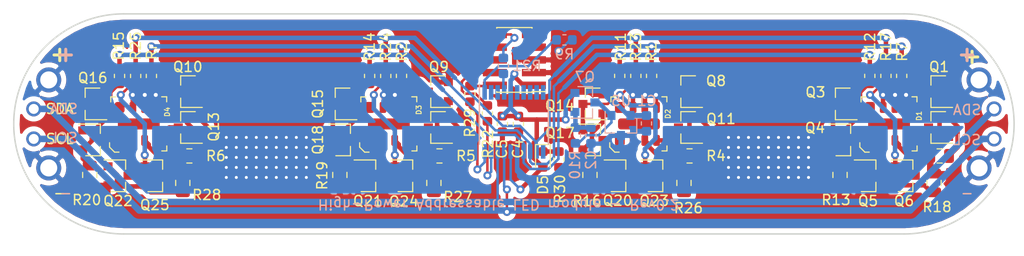
<source format=kicad_pcb>
(kicad_pcb (version 20171130) (host pcbnew "(5.1.2)-2")
  (layers (0 F.Cu signal) (31 B.Cu signal) (34 B.Paste user hide) (35 F.Paste user hide) (36 B.SilkS user) (37 F.SilkS user) (38 B.Mask user hide) (39 F.Mask user hide) (44 Edge.Cuts user))
  (net 0 "")
  (net 1 "Net-(Q1-Pad3)")
  (net 2 "Net-(Q3-Pad3)")
  (net 3 "Net-(Q5-Pad3)")
  (net 4 GND)
  (net 5 +VDC)
  (net 6 /B-_1)
  (net 7 /R-_1)
  (net 8 /G-_1)
  (net 9 /B-_2)
  (net 10 /R-_2)
  (net 11 /G-_2)
  (net 12 /B-_3)
  (net 13 /R-_3)
  (net 14 /G-_3)
  (net 15 /B-_4)
  (net 16 /R-_4)
  (net 17 /G-_4)
  (net 18 "Net-(Q1-Pad1)")
  (net 19 "Net-(Q3-Pad1)")
  (net 20 "Net-(Q5-Pad1)")
  (net 21 "Net-(Q11-Pad1)")
  (net 22 "Net-(Q12-Pad1)")
  (net 23 "Net-(Q10-Pad3)")
  (net 24 "Net-(Q14-Pad3)")
  (net 25 "Net-(Q15-Pad3)")
  (net 26 "Net-(Q16-Pad3)")
  (net 27 "Net-(Q20-Pad3)")
  (net 28 "Net-(Q21-Pad3)")
  (net 29 "Net-(Q22-Pad3)")
  (net 30 "Net-(Q12-Pad2)")
  (net 31 "Net-(Q10-Pad1)")
  (net 32 "Net-(Q15-Pad1)")
  (net 33 "Net-(Q16-Pad1)")
  (net 34 "Net-(Q21-Pad1)")
  (net 35 "Net-(Q22-Pad1)")
  (net 36 +3V3)
  (net 37 "Net-(D1-Pad9)")
  (net 38 "Net-(D2-Pad9)")
  (net 39 "Net-(D3-Pad9)")
  (net 40 "Net-(D4-Pad9)")
  (net 41 /SCL)
  (net 42 /SDA)
  (net 43 "Net-(U1-Pad6)")
  (net 44 "Net-(U1-Pad3)")
  (net 45 "Net-(U1-Pad2)")
  (net 46 /RESET)
  (net 47 "Net-(C2-Pad1)")
  (net 48 "Net-(Q11-Pad2)")
  (net 49 "Net-(Q14-Pad1)")
  (net 50 "Net-(Q20-Pad1)")
  (net 51 "Net-(J1-Pad2)")
  (net 52 "Net-(Q7-Pad3)")
  (net 53 /SWCLK)
  (net 54 /SWDIO)
  (net 55 "Net-(U1-Pad11)")
  (net 56 "Net-(U1-Pad10)")
  (net 57 "Net-(U1-Pad9)")
  (net 58 "Net-(U1-Pad8)")
  (net 59 "Net-(U1-Pad7)")
  (net 60 "Net-(R9-Pad1)")
  (net 61 "Net-(J1-Pad10)")
  (net 62 "Net-(J1-Pad9)")
  (net 63 "Net-(J1-Pad8)")
  (net 64 "Net-(J1-Pad7)")
  (net 65 "Net-(J1-Pad6)")
  (net 66 "Net-(J1-Pad4)")
  (net 67 /B)
  (net 68 /G)
  (net 69 /R)
  (net 70 "Net-(D5-Pad1)")
  (module AddressableLED:L1MC-RGB3080 (layer F.Cu) (at 177.5 110)
    (fp_text reference D1 (at 3 -0.8 90) (layer F.SilkS) (effects (font (size 0.5 0.5) (thickness 0.1))))
    (fp_text value L1MC-Breakout)
    (pad 9 smd roundrect (at 0 0) (size 4.18 1.1) (layers F.Cu F.Paste F.Mask) (net 37 "Net-(D1-Pad9)"))
    (pad 2 smd roundrect (at 1.755 1.6475) (size 0.67 1.1) (layers F.Cu F.Paste F.Mask) (net 6 /B-_1))
    (pad 1 smd roundrect (at 1.755 -1.6475) (size 0.67 1.1) (layers F.Cu F.Paste F.Mask) (net 5 +VDC))
    (pad 4 smd roundrect (at 0.585 1.6475) (size 0.67 1.1) (layers F.Cu F.Paste F.Mask) (net 7 /R-_1))
    (pad 3 smd roundrect (at 0.585 -1.6475) (size 0.67 1.1) (layers F.Cu F.Paste F.Mask) (net 5 +VDC))
    (pad 6 smd roundrect (at -0.585 1.6475) (size 0.67 1.1) (layers F.Cu F.Paste F.Mask) (net 8 /G-_1))
    (pad 5 smd roundrect (at -0.585 -1.6475) (size 0.67 1.1) (layers F.Cu F.Paste F.Mask) (net 5 +VDC))
    (pad 8 smd roundrect (at -1.91 1.6475) (size 0.98 1.1) (layers F.Cu F.Paste F.Mask))
    (pad 7 smd roundrect (at -1.91 -1.6475) (size 0.98 1.1) (layers F.Cu F.Paste F.Mask))
  )
  (module AddressableLED:L1MC-RGB3080 (layer F.Cu) (at 152.5 110)
    (fp_text reference D2 (at 2.9 -1 90) (layer F.SilkS) (effects (font (size 0.5 0.5) (thickness 0.1))))
    (fp_text value L1MC-Breakout)
    (pad 9 smd roundrect (at 0 0) (size 4.18 1.1) (layers F.Cu F.Paste F.Mask) (net 38 "Net-(D2-Pad9)"))
    (pad 2 smd roundrect (at 1.755 1.6475) (size 0.67 1.1) (layers F.Cu F.Paste F.Mask) (net 9 /B-_2))
    (pad 1 smd roundrect (at 1.755 -1.6475) (size 0.67 1.1) (layers F.Cu F.Paste F.Mask) (net 5 +VDC))
    (pad 4 smd roundrect (at 0.585 1.6475) (size 0.67 1.1) (layers F.Cu F.Paste F.Mask) (net 10 /R-_2))
    (pad 3 smd roundrect (at 0.585 -1.6475) (size 0.67 1.1) (layers F.Cu F.Paste F.Mask) (net 5 +VDC))
    (pad 6 smd roundrect (at -0.585 1.6475) (size 0.67 1.1) (layers F.Cu F.Paste F.Mask) (net 11 /G-_2))
    (pad 5 smd roundrect (at -0.585 -1.6475) (size 0.67 1.1) (layers F.Cu F.Paste F.Mask) (net 5 +VDC))
    (pad 8 smd roundrect (at -1.91 1.6475) (size 0.98 1.1) (layers F.Cu F.Paste F.Mask))
    (pad 7 smd roundrect (at -1.91 -1.6475) (size 0.98 1.1) (layers F.Cu F.Paste F.Mask))
  )
  (module AddressableLED:L1MC-RGB3080 (layer F.Cu) (at 127.5 110)
    (fp_text reference D3 (at 3 -1.4 90) (layer F.SilkS) (effects (font (size 0.5 0.5) (thickness 0.1))))
    (fp_text value L1MC-Breakout)
    (pad 9 smd roundrect (at 0 0) (size 4.18 1.1) (layers F.Cu F.Paste F.Mask) (net 39 "Net-(D3-Pad9)"))
    (pad 2 smd roundrect (at 1.755 1.6475) (size 0.67 1.1) (layers F.Cu F.Paste F.Mask) (net 12 /B-_3))
    (pad 1 smd roundrect (at 1.755 -1.6475) (size 0.67 1.1) (layers F.Cu F.Paste F.Mask) (net 5 +VDC))
    (pad 4 smd roundrect (at 0.585 1.6475) (size 0.67 1.1) (layers F.Cu F.Paste F.Mask) (net 13 /R-_3))
    (pad 3 smd roundrect (at 0.585 -1.6475) (size 0.67 1.1) (layers F.Cu F.Paste F.Mask) (net 5 +VDC))
    (pad 6 smd roundrect (at -0.585 1.6475) (size 0.67 1.1) (layers F.Cu F.Paste F.Mask) (net 14 /G-_3))
    (pad 5 smd roundrect (at -0.585 -1.6475) (size 0.67 1.1) (layers F.Cu F.Paste F.Mask) (net 5 +VDC))
    (pad 8 smd roundrect (at -1.91 1.6475) (size 0.98 1.1) (layers F.Cu F.Paste F.Mask))
    (pad 7 smd roundrect (at -1.91 -1.6475) (size 0.98 1.1) (layers F.Cu F.Paste F.Mask))
  )
  (module AddressableLED:L1MC-RGB3080 (layer F.Cu) (at 102.5 110)
    (fp_text reference D4 (at 2.85 -1.2 90) (layer F.SilkS) (effects (font (size 0.5 0.5) (thickness 0.1))))
    (fp_text value L1MC-Breakout)
    (pad 9 smd roundrect (at 0 0) (size 4.18 1.1) (layers F.Cu F.Paste F.Mask) (net 40 "Net-(D4-Pad9)"))
    (pad 2 smd roundrect (at 1.755 1.6475) (size 0.67 1.1) (layers F.Cu F.Paste F.Mask) (net 15 /B-_4))
    (pad 1 smd roundrect (at 1.755 -1.6475) (size 0.67 1.1) (layers F.Cu F.Paste F.Mask) (net 5 +VDC))
    (pad 4 smd roundrect (at 0.585 1.6475) (size 0.67 1.1) (layers F.Cu F.Paste F.Mask) (net 16 /R-_4))
    (pad 3 smd roundrect (at 0.585 -1.6475) (size 0.67 1.1) (layers F.Cu F.Paste F.Mask) (net 5 +VDC))
    (pad 6 smd roundrect (at -0.585 1.6475) (size 0.67 1.1) (layers F.Cu F.Paste F.Mask) (net 17 /G-_4))
    (pad 5 smd roundrect (at -0.585 -1.6475) (size 0.67 1.1) (layers F.Cu F.Paste F.Mask) (net 5 +VDC))
    (pad 8 smd roundrect (at -1.91 1.6475) (size 0.98 1.1) (layers F.Cu F.Paste F.Mask))
    (pad 7 smd roundrect (at -1.91 -1.6475) (size 0.98 1.1) (layers F.Cu F.Paste F.Mask))
  )
  (module Resistor_SMD:R_0603_1608Metric (layer F.Cu) (at 144.5 113.55 270)
    (fp_text reference R30 (at 2.95 -0.1 90) (layer F.SilkS))
    (fp_text value 220)
    (pad 2 smd roundrect (at 0.7875 0 270) (size 0.875 0.95) (layers F.Cu F.Paste F.Mask) (net 4 GND))
    (pad 1 smd roundrect (at -0.7875 0 270) (size 0.875 0.95) (layers F.Cu F.Paste F.Mask) (net 70 "Net-(D5-Pad1)"))
  )
  (module LED_SMD:LED_0603_1608Metric (layer F.Cu) (at 142.9 113.55 270)
    (fp_text reference D5 (at 2.55 0 90) (layer F.SilkS))
    (fp_text value LED)
    (pad 2 smd roundrect (at 0.7875 0 270) (size 0.875 0.95) (layers F.Cu F.Paste F.Mask) (net 36 +3V3))
    (pad 1 smd roundrect (at -0.7875 0 270) (size 0.875 0.95) (layers F.Cu F.Paste F.Mask) (net 70 "Net-(D5-Pad1)"))
  )
  (module Connector_PinHeader_1.27mm:PinHeader_2x05_P1.27mm_Vertical_SMD (layer F.Cu) (at 140.05 103.6 180)
    (fp_text reference J1 hide)
    (fp_text value Conn_ARM_JTAG_SWD_10)
    (pad 10 smd rect (at 1.95 2.54 180) (size 2.4 0.74) (layers F.Cu F.Paste F.Mask) (net 61 "Net-(J1-Pad10)"))
    (pad 9 smd rect (at -1.95 2.54 180) (size 2.4 0.74) (layers F.Cu F.Paste F.Mask) (net 62 "Net-(J1-Pad9)"))
    (pad 8 smd rect (at 1.95 1.27 180) (size 2.4 0.74) (layers F.Cu F.Paste F.Mask) (net 63 "Net-(J1-Pad8)"))
    (pad 7 smd rect (at -1.95 1.27 180) (size 2.4 0.74) (layers F.Cu F.Paste F.Mask) (net 64 "Net-(J1-Pad7)"))
    (pad 6 smd rect (at 1.95 0 180) (size 2.4 0.74) (layers F.Cu F.Paste F.Mask) (net 65 "Net-(J1-Pad6)"))
    (pad 5 smd rect (at -1.95 0 180) (size 2.4 0.74) (layers F.Cu F.Paste F.Mask) (net 4 GND))
    (pad 4 smd rect (at 1.95 -1.27 180) (size 2.4 0.74) (layers F.Cu F.Paste F.Mask) (net 66 "Net-(J1-Pad4)"))
    (pad 3 smd rect (at -1.95 -1.27 180) (size 2.4 0.74) (layers F.Cu F.Paste F.Mask) (net 4 GND))
    (pad 2 smd rect (at 1.95 -2.54 180) (size 2.4 0.74) (layers F.Cu F.Paste F.Mask) (net 51 "Net-(J1-Pad2)"))
    (pad 1 smd rect (at -1.95 -2.54 180) (size 2.4 0.74) (layers F.Cu F.Paste F.Mask) (net 36 +3V3))
  )
  (module Resistor_SMD:R_0603_1608Metric (layer F.Cu) (at 135.6 107 270)
    (fp_text reference R29 (at 2.9 0 270) (layer F.SilkS))
    (fp_text value 22)
    (pad 2 smd roundrect (at 0.7875 0 270) (size 0.875 0.95) (layers F.Cu F.Paste F.Mask) (net 53 /SWCLK))
    (pad 1 smd roundrect (at -0.7875 0 270) (size 0.875 0.95) (layers F.Cu F.Paste F.Mask) (net 51 "Net-(J1-Pad2)"))
  )
  (module Resistor_SMD:R_0603_1608Metric (layer F.Cu) (at 137.35 108.95 90)
    (fp_text reference R22 (at -3.05 0.05 270) (layer F.SilkS))
    (fp_text value 22)
    (pad 2 smd roundrect (at 0.7875 0 90) (size 0.875 0.95) (layers F.Cu F.Paste F.Mask) (net 66 "Net-(J1-Pad4)"))
    (pad 1 smd roundrect (at -0.7875 0 90) (size 0.875 0.95) (layers F.Cu F.Paste F.Mask) (net 54 /SWDIO))
  )
  (module Resistor_SMD:R_0603_1608Metric (layer B.Cu) (at 138.95 104.2 90)
    (fp_text reference R21 (at 0 2.35) (layer B.SilkS) (effects (justify mirror)))
    (fp_text value 22)
    (pad 2 smd roundrect (at 0.7875 0 90) (size 0.875 0.95) (layers B.Cu B.Paste B.Mask) (net 61 "Net-(J1-Pad10)"))
    (pad 1 smd roundrect (at -0.7875 0 90) (size 0.875 0.95) (layers B.Cu B.Paste B.Mask) (net 46 /RESET))
  )
  (module Resistor_SMD:R_0603_1608Metric (layer B.Cu) (at 145.05 101.6)
    (fp_text reference R9 (at 0 1.43 180) (layer B.SilkS) (effects (justify mirror)))
    (fp_text value 10k)
    (pad 2 smd roundrect (at 0.7875 0) (size 0.875 0.95) (layers B.Cu B.Paste B.Mask) (net 4 GND))
    (pad 1 smd roundrect (at -0.7875 0) (size 0.875 0.95) (layers B.Cu B.Paste B.Mask) (net 60 "Net-(R9-Pad1)"))
  )
  (module Package_SO:TSSOP-20_4.4x6.5mm_P0.65mm (layer B.Cu) (at 140 109.8 270)
    (fp_text reference U1 hide)
    (fp_text value STM32F030F4Px)
    (pad 20 smd rect (at 2.95 2.925 270) (size 1.45 0.45) (layers B.Cu B.Paste B.Mask) (net 53 /SWCLK))
    (pad 19 smd rect (at 2.95 2.275 270) (size 1.45 0.45) (layers B.Cu B.Paste B.Mask) (net 54 /SWDIO))
    (pad 18 smd rect (at 2.95 1.625 270) (size 1.45 0.45) (layers B.Cu B.Paste B.Mask) (net 42 /SDA))
    (pad 17 smd rect (at 2.95 0.975 270) (size 1.45 0.45) (layers B.Cu B.Paste B.Mask) (net 41 /SCL))
    (pad 16 smd rect (at 2.95 0.325 270) (size 1.45 0.45) (layers B.Cu B.Paste B.Mask) (net 36 +3V3))
    (pad 15 smd rect (at 2.95 -0.325 270) (size 1.45 0.45) (layers B.Cu B.Paste B.Mask) (net 4 GND))
    (pad 14 smd rect (at 2.95 -0.975 270) (size 1.45 0.45) (layers B.Cu B.Paste B.Mask) (net 68 /G))
    (pad 13 smd rect (at 2.95 -1.625 270) (size 1.45 0.45) (layers B.Cu B.Paste B.Mask) (net 67 /B))
    (pad 12 smd rect (at 2.95 -2.275 270) (size 1.45 0.45) (layers B.Cu B.Paste B.Mask) (net 69 /R))
    (pad 11 smd rect (at 2.95 -2.925 270) (size 1.45 0.45) (layers B.Cu B.Paste B.Mask) (net 55 "Net-(U1-Pad11)"))
    (pad 10 smd rect (at -2.95 -2.925 270) (size 1.45 0.45) (layers B.Cu B.Paste B.Mask) (net 56 "Net-(U1-Pad10)"))
    (pad 9 smd rect (at -2.95 -2.275 270) (size 1.45 0.45) (layers B.Cu B.Paste B.Mask) (net 57 "Net-(U1-Pad9)"))
    (pad 8 smd rect (at -2.95 -1.625 270) (size 1.45 0.45) (layers B.Cu B.Paste B.Mask) (net 58 "Net-(U1-Pad8)"))
    (pad 7 smd rect (at -2.95 -0.975 270) (size 1.45 0.45) (layers B.Cu B.Paste B.Mask) (net 59 "Net-(U1-Pad7)"))
    (pad 6 smd rect (at -2.95 -0.325 270) (size 1.45 0.45) (layers B.Cu B.Paste B.Mask) (net 43 "Net-(U1-Pad6)"))
    (pad 5 smd rect (at -2.95 0.325 270) (size 1.45 0.45) (layers B.Cu B.Paste B.Mask) (net 36 +3V3))
    (pad 4 smd rect (at -2.95 0.975 270) (size 1.45 0.45) (layers B.Cu B.Paste B.Mask) (net 46 /RESET))
    (pad 3 smd rect (at -2.95 1.625 270) (size 1.45 0.45) (layers B.Cu B.Paste B.Mask) (net 44 "Net-(U1-Pad3)"))
    (pad 2 smd rect (at -2.95 2.275 270) (size 1.45 0.45) (layers B.Cu B.Paste B.Mask) (net 45 "Net-(U1-Pad2)"))
    (pad 1 smd rect (at -2.95 2.925 270) (size 1.45 0.45) (layers B.Cu B.Paste B.Mask) (net 60 "Net-(R9-Pad1)"))
  )
  (module AddressableLED:1.5mmHoleMirror (layer F.Cu) (at 180 110 180)
    (fp_text reference J3 hide)
    (fp_text value Conn_01x04_Female)
    (pad 3 thru_hole circle (at -8 1.5 180) (size 1.5 1.5) (drill 1) (layers *.Cu *.Mask) (net 42 /SDA))
    (pad 1 thru_hole circle (at -6.5 4.4 180) (size 2.5 2.5) (drill 1.7) (layers *.Cu *.Mask) (net 5 +VDC))
    (pad 4 thru_hole circle (at -8 -1.5 180) (size 1.5 1.5) (drill 1) (layers *.Cu *.Mask) (net 41 /SCL))
    (pad 2 thru_hole circle (at -6.5 -4.4 180) (size 2.5 2.5) (drill 1.7) (layers *.Cu *.Mask) (net 4 GND))
  )
  (module AddressableLED:1.5mmHole (layer F.Cu) (at 100 110)
    (fp_text reference J2 hide)
    (fp_text value Conn_01x04_Female)
    (pad 4 thru_hole circle (at -8 1.5) (size 1.5 1.5) (drill 1) (layers *.Cu *.Mask) (net 41 /SCL))
    (pad 2 thru_hole circle (at -6.5 4.4) (size 2.5 2.5) (drill 1.7) (layers *.Cu *.Mask) (net 4 GND))
    (pad 3 thru_hole circle (at -8 -1.5) (size 1.5 1.5) (drill 1) (layers *.Cu *.Mask) (net 42 /SDA))
    (pad 1 thru_hole circle (at -6.5 -4.4) (size 2.5 2.5) (drill 1.7) (layers *.Cu *.Mask) (net 5 +VDC))
  )
  (module Resistor_SMD:R_0603_1608Metric (layer B.Cu) (at 146.15 111.15 270)
    (fp_text reference R10 (at 2.95 0.05 90) (layer B.SilkS) (effects (justify mirror)))
    (fp_text value 1k)
    (pad 2 smd roundrect (at 0.7875 0 270) (size 0.875 0.95) (layers B.Cu B.Paste B.Mask) (net 52 "Net-(Q7-Pad3)"))
    (pad 1 smd roundrect (at -0.7875 0 270) (size 0.875 0.95) (layers B.Cu B.Paste B.Mask) (net 47 "Net-(C2-Pad1)"))
  )
  (module Package_TO_SOT_SMD:SOT-23 (layer B.Cu) (at 147.1 107.85)
    (fp_text reference Q7 (at 0 -2.55) (layer B.SilkS) (effects (justify mirror)))
    (fp_text value MMBT3904)
    (pad 3 smd rect (at 1 0) (size 0.9 0.8) (layers B.Cu B.Paste B.Mask) (net 52 "Net-(Q7-Pad3)"))
    (pad 2 smd rect (at -1 -0.95) (size 0.9 0.8) (layers B.Cu B.Paste B.Mask) (net 36 +3V3))
    (pad 1 smd rect (at -1 0.95) (size 0.9 0.8) (layers B.Cu B.Paste B.Mask) (net 47 "Net-(C2-Pad1)"))
  )
  (module Capacitor_SMD:C_0603_1608Metric (layer F.Cu) (at 138.85 110 270)
    (fp_text reference C5 (at 2.5 0.05 270) (layer F.SilkS))
    (fp_text value 100n)
    (pad 2 smd roundrect (at 0.7875 0 270) (size 0.875 0.95) (layers F.Cu F.Paste F.Mask) (net 4 GND))
    (pad 1 smd roundrect (at -0.7875 0 270) (size 0.875 0.95) (layers F.Cu F.Paste F.Mask) (net 36 +3V3))
  )
  (module Capacitor_SMD:C_0603_1608Metric (layer F.Cu) (at 140.45 110 270)
    (fp_text reference C4 (at 2.5 0.05 270) (layer F.SilkS))
    (fp_text value 10u)
    (pad 2 smd roundrect (at 0.7875 0 270) (size 0.875 0.95) (layers F.Cu F.Paste F.Mask) (net 4 GND))
    (pad 1 smd roundrect (at -0.7875 0 270) (size 0.875 0.95) (layers F.Cu F.Paste F.Mask) (net 36 +3V3))
  )
  (module Package_TO_SOT_SMD:SOT-23 (layer B.Cu) (at 150.7 110.15 270)
    (fp_text reference U5 (at -2.45 -0.0254 180) (layer B.SilkS) (effects (justify mirror)))
    (fp_text value MCP1812AT-033_TT)
    (pad 3 smd rect (at 1 0 270) (size 0.9 0.8) (layers B.Cu B.Paste B.Mask) (net 4 GND))
    (pad 2 smd rect (at -1 -0.95 270) (size 0.9 0.8) (layers B.Cu B.Paste B.Mask) (net 5 +VDC))
    (pad 1 smd rect (at -1 0.95 270) (size 0.9 0.8) (layers B.Cu B.Paste B.Mask) (net 52 "Net-(Q7-Pad3)"))
  )
  (module Capacitor_SMD:C_0603_1608Metric (layer B.Cu) (at 147.7 111.15 270)
    (fp_text reference C2 (at 2.45 0 270) (layer B.SilkS) (effects (justify mirror)))
    (fp_text value 22u)
    (pad 2 smd roundrect (at 0.7875 0 270) (size 0.875 0.95) (layers B.Cu B.Paste B.Mask) (net 4 GND))
    (pad 1 smd roundrect (at -0.7875 0 270) (size 0.875 0.95) (layers B.Cu B.Paste B.Mask) (net 47 "Net-(C2-Pad1)"))
  )
  (module Capacitor_SMD:C_0603_1608Metric (layer B.Cu) (at 153.25 109.95 270)
    (fp_text reference C1 (at -2.25 -0.05) (layer B.SilkS) (effects (justify mirror)))
    (fp_text value 22u)
    (pad 2 smd roundrect (at 0.7875 0 270) (size 0.875 0.95) (layers B.Cu B.Paste B.Mask) (net 4 GND))
    (pad 1 smd roundrect (at -0.7875 0 270) (size 0.875 0.95) (layers B.Cu B.Paste B.Mask) (net 5 +VDC))
  )
  (module Package_TO_SOT_SMD:SOT-23 (layer F.Cu) (at 172.9 108 180)
    (fp_text reference Q3 (at 2.7559 1.1684) (layer F.SilkS))
    (fp_text value MMBT3904)
    (pad 3 smd rect (at 1 0 180) (size 0.9 0.8) (layers F.Cu F.Paste F.Mask) (net 2 "Net-(Q3-Pad3)"))
    (pad 2 smd rect (at -1 0.95 180) (size 0.9 0.8) (layers F.Cu F.Paste F.Mask) (net 4 GND))
    (pad 1 smd rect (at -1 -0.95 180) (size 0.9 0.8) (layers F.Cu F.Paste F.Mask) (net 19 "Net-(Q3-Pad1)"))
  )
  (module Resistor_SMD:R_0805_2012Metric (layer F.Cu) (at 182 115.9 90)
    (fp_text reference R18 (at -2.4 0.3) (layer F.SilkS))
    (fp_text value 2.4)
    (pad 2 smd roundrect (at 0.9375 0 90) (size 0.975 1.4) (layers F.Cu F.Paste F.Mask) (net 4 GND))
    (pad 1 smd roundrect (at -0.9375 0 90) (size 0.975 1.4) (layers F.Cu F.Paste F.Mask) (net 20 "Net-(Q5-Pad1)"))
  )
  (module Resistor_SMD:R_0603_1608Metric (layer F.Cu) (at 177.1891 105.2 270)
    (fp_text reference R17 (at -2.9 -0.0109 270) (layer F.SilkS))
    (fp_text value 47k)
    (pad 2 smd roundrect (at 0.7875 0 270) (size 0.875 0.95) (layers F.Cu F.Paste F.Mask) (net 3 "Net-(Q5-Pad3)"))
    (pad 1 smd roundrect (at -0.7875 0 270) (size 0.875 0.95) (layers F.Cu F.Paste F.Mask) (net 69 /R))
  )
  (module Resistor_SMD:R_0805_2012Metric (layer F.Cu) (at 172.6 115.1 270)
    (fp_text reference R13 (at 2.5 0.4) (layer F.SilkS))
    (fp_text value 2.4)
    (pad 2 smd roundrect (at 0.9375 0 270) (size 0.975 1.4) (layers F.Cu F.Paste F.Mask) (net 4 GND))
    (pad 1 smd roundrect (at -0.9375 0 270) (size 0.975 1.4) (layers F.Cu F.Paste F.Mask) (net 19 "Net-(Q3-Pad1)"))
  )
  (module Resistor_SMD:R_0603_1608Metric (layer F.Cu) (at 175.5762 105.2 270)
    (fp_text reference R12 (at -2.9 -0.0238 270) (layer F.SilkS))
    (fp_text value 47k)
    (pad 2 smd roundrect (at 0.7875 0 270) (size 0.875 0.95) (layers F.Cu F.Paste F.Mask) (net 2 "Net-(Q3-Pad3)"))
    (pad 1 smd roundrect (at -0.7875 0 270) (size 0.875 0.95) (layers F.Cu F.Paste F.Mask) (net 68 /G))
  )
  (module Resistor_SMD:R_0805_2012Metric (layer F.Cu) (at 182.5586 113.2 180)
    (fp_text reference R8 hide)
    (fp_text value 2.4)
    (pad 2 smd roundrect (at 0.9375 0 180) (size 0.975 1.4) (layers F.Cu F.Paste F.Mask) (net 4 GND))
    (pad 1 smd roundrect (at -0.9375 0 180) (size 0.975 1.4) (layers F.Cu F.Paste F.Mask) (net 18 "Net-(Q1-Pad1)"))
  )
  (module Resistor_SMD:R_0603_1608Metric (layer F.Cu) (at 178.7639 105.2 270)
    (fp_text reference R7 (at -2.4 -0.0361 270) (layer F.SilkS))
    (fp_text value 47k)
    (pad 2 smd roundrect (at 0.7875 0 270) (size 0.875 0.95) (layers F.Cu F.Paste F.Mask) (net 1 "Net-(Q1-Pad3)"))
    (pad 1 smd roundrect (at -0.7875 0 270) (size 0.875 0.95) (layers F.Cu F.Paste F.Mask) (net 67 /B))
  )
  (module Package_TO_SOT_SMD:SOT-23 (layer F.Cu) (at 179.1228 115.1845)
    (fp_text reference Q6 (at -0.1228 2.5155) (layer F.SilkS))
    (fp_text value DMN2041L)
    (pad 3 smd rect (at 1 0) (size 0.9 0.8) (layers F.Cu F.Paste F.Mask) (net 7 /R-_1))
    (pad 2 smd rect (at -1 0.95) (size 0.9 0.8) (layers F.Cu F.Paste F.Mask) (net 20 "Net-(Q5-Pad1)"))
    (pad 1 smd rect (at -1 -0.95) (size 0.9 0.8) (layers F.Cu F.Paste F.Mask) (net 3 "Net-(Q5-Pad3)"))
  )
  (module Package_TO_SOT_SMD:SOT-23 (layer F.Cu) (at 175.4271 115.1845)
    (fp_text reference Q5 (at -0.0271 2.5155) (layer F.SilkS))
    (fp_text value MMBT3904)
    (pad 3 smd rect (at 1 0) (size 0.9 0.8) (layers F.Cu F.Paste F.Mask) (net 3 "Net-(Q5-Pad3)"))
    (pad 2 smd rect (at -1 0.95) (size 0.9 0.8) (layers F.Cu F.Paste F.Mask) (net 4 GND))
    (pad 1 smd rect (at -1 -0.95) (size 0.9 0.8) (layers F.Cu F.Paste F.Mask) (net 20 "Net-(Q5-Pad1)"))
  )
  (module Package_TO_SOT_SMD:SOT-23 (layer F.Cu) (at 172.9 111.6)
    (fp_text reference Q4 (at -2.8 -1.2) (layer F.SilkS))
    (fp_text value DMN2041L)
    (pad 3 smd rect (at 1 0) (size 0.9 0.8) (layers F.Cu F.Paste F.Mask) (net 8 /G-_1))
    (pad 2 smd rect (at -1 0.95) (size 0.9 0.8) (layers F.Cu F.Paste F.Mask) (net 19 "Net-(Q3-Pad1)"))
    (pad 1 smd rect (at -1 -0.95) (size 0.9 0.8) (layers F.Cu F.Paste F.Mask) (net 2 "Net-(Q3-Pad3)"))
  )
  (module Package_TO_SOT_SMD:SOT-23 (layer F.Cu) (at 182.4486 110.352 180)
    (fp_text reference Q2 hide)
    (fp_text value DMN2041L)
    (pad 3 smd rect (at 1 0 180) (size 0.9 0.8) (layers F.Cu F.Paste F.Mask) (net 6 /B-_1))
    (pad 2 smd rect (at -1 0.95 180) (size 0.9 0.8) (layers F.Cu F.Paste F.Mask) (net 18 "Net-(Q1-Pad1)"))
    (pad 1 smd rect (at -1 -0.95 180) (size 0.9 0.8) (layers F.Cu F.Paste F.Mask) (net 1 "Net-(Q1-Pad3)"))
  )
  (module Package_TO_SOT_SMD:SOT-23 (layer F.Cu) (at 182.4486 106.7706 180)
    (fp_text reference Q1 (at -0.0514 2.4706 180) (layer F.SilkS))
    (fp_text value MMBT3904)
    (pad 3 smd rect (at 1 0 180) (size 0.9 0.8) (layers F.Cu F.Paste F.Mask) (net 1 "Net-(Q1-Pad3)"))
    (pad 2 smd rect (at -1 0.95 180) (size 0.9 0.8) (layers F.Cu F.Paste F.Mask) (net 4 GND))
    (pad 1 smd rect (at -1 -0.95 180) (size 0.9 0.8) (layers F.Cu F.Paste F.Mask) (net 18 "Net-(Q1-Pad1)"))
  )
  (module Resistor_SMD:R_0805_2012Metric (layer F.Cu) (at 106.9 115.9 90)
    (fp_text reference R28 (at -1.2 2.4 180) (layer F.SilkS))
    (fp_text value 2.4)
    (pad 2 smd roundrect (at 0.9375 0 90) (size 0.975 1.4) (layers F.Cu F.Paste F.Mask) (net 4 GND))
    (pad 1 smd roundrect (at -0.9375 0 90) (size 0.975 1.4) (layers F.Cu F.Paste F.Mask) (net 35 "Net-(Q22-Pad1)"))
  )
  (module Resistor_SMD:R_0805_2012Metric (layer F.Cu) (at 132 115.9 90)
    (fp_text reference R27 (at -1.4 2.4 180) (layer F.SilkS))
    (fp_text value 2.4)
    (pad 2 smd roundrect (at 0.9375 0 90) (size 0.975 1.4) (layers F.Cu F.Paste F.Mask) (net 4 GND))
    (pad 1 smd roundrect (at -0.9375 0 90) (size 0.975 1.4) (layers F.Cu F.Paste F.Mask) (net 34 "Net-(Q21-Pad1)"))
  )
  (module Resistor_SMD:R_0805_2012Metric (layer F.Cu) (at 157 115.9 90)
    (fp_text reference R26 (at -2.5146 0.4445 180) (layer F.SilkS))
    (fp_text value 2.4)
    (pad 2 smd roundrect (at 0.9375 0 90) (size 0.975 1.4) (layers F.Cu F.Paste F.Mask) (net 4 GND))
    (pad 1 smd roundrect (at -0.9375 0 90) (size 0.975 1.4) (layers F.Cu F.Paste F.Mask) (net 50 "Net-(Q20-Pad1)"))
  )
  (module Resistor_SMD:R_0603_1608Metric (layer F.Cu) (at 102.1891 105.2068 270)
    (fp_text reference R25 (at -3.0068 -0.0109 270) (layer F.SilkS))
    (fp_text value 47k)
    (pad 2 smd roundrect (at 0.7875 0 270) (size 0.875 0.95) (layers F.Cu F.Paste F.Mask) (net 29 "Net-(Q22-Pad3)"))
    (pad 1 smd roundrect (at -0.7875 0 270) (size 0.875 0.95) (layers F.Cu F.Paste F.Mask) (net 69 /R))
  )
  (module Resistor_SMD:R_0603_1608Metric (layer F.Cu) (at 127.1891 105.2068 270)
    (fp_text reference R24 (at -2.9068 -0.0109 90) (layer F.SilkS))
    (fp_text value 47k)
    (pad 2 smd roundrect (at 0.7875 0 270) (size 0.875 0.95) (layers F.Cu F.Paste F.Mask) (net 28 "Net-(Q21-Pad3)"))
    (pad 1 smd roundrect (at -0.7875 0 270) (size 0.875 0.95) (layers F.Cu F.Paste F.Mask) (net 69 /R))
  )
  (module Resistor_SMD:R_0603_1608Metric (layer F.Cu) (at 152.1891 105.2 270)
    (fp_text reference R23 (at -2.9 -0.0109 90) (layer F.SilkS))
    (fp_text value 47k)
    (pad 2 smd roundrect (at 0.7875 0 270) (size 0.875 0.95) (layers F.Cu F.Paste F.Mask) (net 27 "Net-(Q20-Pad3)"))
    (pad 1 smd roundrect (at -0.7875 0 270) (size 0.875 0.95) (layers F.Cu F.Paste F.Mask) (net 69 /R))
  )
  (module Resistor_SMD:R_0805_2012Metric (layer F.Cu) (at 97.6 115.1 270)
    (fp_text reference R20 (at 2.5 0.3 180) (layer F.SilkS))
    (fp_text value 2.4)
    (pad 2 smd roundrect (at 0.9375 0 270) (size 0.975 1.4) (layers F.Cu F.Paste F.Mask) (net 4 GND))
    (pad 1 smd roundrect (at -0.9375 0 270) (size 0.975 1.4) (layers F.Cu F.Paste F.Mask) (net 33 "Net-(Q16-Pad1)"))
  )
  (module Resistor_SMD:R_0805_2012Metric (layer F.Cu) (at 122.6 115.1 270)
    (fp_text reference R19 (at 0.0635 1.7653 90) (layer F.SilkS))
    (fp_text value 2.4)
    (pad 2 smd roundrect (at 0.9375 0 270) (size 0.975 1.4) (layers F.Cu F.Paste F.Mask) (net 4 GND))
    (pad 1 smd roundrect (at -0.9375 0 270) (size 0.975 1.4) (layers F.Cu F.Paste F.Mask) (net 32 "Net-(Q15-Pad1)"))
  )
  (module Resistor_SMD:R_0805_2012Metric (layer F.Cu) (at 147.6 115.1 270)
    (fp_text reference R16 (at 2.6 0.3 180) (layer F.SilkS))
    (fp_text value 2.4)
    (pad 2 smd roundrect (at 0.9375 0 270) (size 0.975 1.4) (layers F.Cu F.Paste F.Mask) (net 4 GND))
    (pad 1 smd roundrect (at -0.9375 0 270) (size 0.975 1.4) (layers F.Cu F.Paste F.Mask) (net 49 "Net-(Q14-Pad1)"))
  )
  (module Resistor_SMD:R_0603_1608Metric (layer F.Cu) (at 100.5762 105.2068 270)
    (fp_text reference R15 (at -3.0068 0.0762 90) (layer F.SilkS))
    (fp_text value 47k)
    (pad 2 smd roundrect (at 0.7875 0 270) (size 0.875 0.95) (layers F.Cu F.Paste F.Mask) (net 26 "Net-(Q16-Pad3)"))
    (pad 1 smd roundrect (at -0.7875 0 270) (size 0.875 0.95) (layers F.Cu F.Paste F.Mask) (net 68 /G))
  )
  (module Resistor_SMD:R_0603_1608Metric (layer F.Cu) (at 125.5762 105.2068 270)
    (fp_text reference R14 (at -2.9068 0 90) (layer F.SilkS))
    (fp_text value 47k)
    (pad 2 smd roundrect (at 0.7875 0 270) (size 0.875 0.95) (layers F.Cu F.Paste F.Mask) (net 25 "Net-(Q15-Pad3)"))
    (pad 1 smd roundrect (at -0.7875 0 270) (size 0.875 0.95) (layers F.Cu F.Paste F.Mask) (net 68 /G))
  )
  (module Resistor_SMD:R_0603_1608Metric (layer F.Cu) (at 150.5762 105.2 270)
    (fp_text reference R11 (at -2.9 -0.1016 270) (layer F.SilkS))
    (fp_text value 47k)
    (pad 2 smd roundrect (at 0.7875 0 270) (size 0.875 0.95) (layers F.Cu F.Paste F.Mask) (net 24 "Net-(Q14-Pad3)"))
    (pad 1 smd roundrect (at -0.7875 0 270) (size 0.875 0.95) (layers F.Cu F.Paste F.Mask) (net 68 /G))
  )
  (module Resistor_SMD:R_0805_2012Metric (layer F.Cu) (at 107.5586 113.2 180)
    (fp_text reference R6 (at -2.6414 0) (layer F.SilkS))
    (fp_text value 2.4)
    (pad 2 smd roundrect (at 0.9375 0 180) (size 0.975 1.4) (layers F.Cu F.Paste F.Mask) (net 4 GND))
    (pad 1 smd roundrect (at -0.9375 0 180) (size 0.975 1.4) (layers F.Cu F.Paste F.Mask) (net 31 "Net-(Q10-Pad1)"))
  )
  (module Resistor_SMD:R_0805_2012Metric (layer F.Cu) (at 132.5586 113.2 180)
    (fp_text reference R5 (at -2.6414 0) (layer F.SilkS))
    (fp_text value 2.4)
    (pad 2 smd roundrect (at 0.9375 0 180) (size 0.975 1.4) (layers F.Cu F.Paste F.Mask) (net 4 GND))
    (pad 1 smd roundrect (at -0.9375 0 180) (size 0.975 1.4) (layers F.Cu F.Paste F.Mask) (net 30 "Net-(Q12-Pad2)"))
  )
  (module Resistor_SMD:R_0805_2012Metric (layer F.Cu) (at 157.5586 113.2 180)
    (fp_text reference R4 (at -2.6414 0) (layer F.SilkS))
    (fp_text value 2.4)
    (pad 2 smd roundrect (at 0.9375 0 180) (size 0.975 1.4) (layers F.Cu F.Paste F.Mask) (net 4 GND))
    (pad 1 smd roundrect (at -0.9375 0 180) (size 0.975 1.4) (layers F.Cu F.Paste F.Mask) (net 48 "Net-(Q11-Pad2)"))
  )
  (module Resistor_SMD:R_0603_1608Metric (layer F.Cu) (at 103.7639 105.2068 270)
    (fp_text reference Rr (at -2.4068 -0.0361 90) (layer F.SilkS))
    (fp_text value 47k)
    (pad 2 smd roundrect (at 0.7875 0 270) (size 0.875 0.95) (layers F.Cu F.Paste F.Mask) (net 23 "Net-(Q10-Pad3)"))
    (pad 1 smd roundrect (at -0.7875 0 270) (size 0.875 0.95) (layers F.Cu F.Paste F.Mask) (net 67 /B))
  )
  (module Resistor_SMD:R_0603_1608Metric (layer F.Cu) (at 128.7639 105.2 270)
    (fp_text reference R2 (at -2.4 -0.0361 90) (layer F.SilkS))
    (fp_text value 47k)
    (pad 2 smd roundrect (at 0.7875 0 270) (size 0.875 0.95) (layers F.Cu F.Paste F.Mask) (net 22 "Net-(Q12-Pad1)"))
    (pad 1 smd roundrect (at -0.7875 0 270) (size 0.875 0.95) (layers F.Cu F.Paste F.Mask) (net 67 /B))
  )
  (module Resistor_SMD:R_0603_1608Metric (layer F.Cu) (at 153.7639 105.2 270)
    (fp_text reference R1 (at -2.4 0.0254 90) (layer F.SilkS))
    (fp_text value 47k)
    (pad 2 smd roundrect (at 0.7875 0 270) (size 0.875 0.95) (layers F.Cu F.Paste F.Mask) (net 21 "Net-(Q11-Pad1)"))
    (pad 1 smd roundrect (at -0.7875 0 270) (size 0.875 0.95) (layers F.Cu F.Paste F.Mask) (net 67 /B))
  )
  (module Package_TO_SOT_SMD:SOT-23 (layer F.Cu) (at 104.1228 115.1845)
    (fp_text reference Q25 (at -0.0228 2.9155) (layer F.SilkS))
    (fp_text value DMN2041L)
    (pad 3 smd rect (at 1 0) (size 0.9 0.8) (layers F.Cu F.Paste F.Mask) (net 16 /R-_4))
    (pad 2 smd rect (at -1 0.95) (size 0.9 0.8) (layers F.Cu F.Paste F.Mask) (net 35 "Net-(Q22-Pad1)"))
    (pad 1 smd rect (at -1 -0.95) (size 0.9 0.8) (layers F.Cu F.Paste F.Mask) (net 29 "Net-(Q22-Pad3)"))
  )
  (module Package_TO_SOT_SMD:SOT-23 (layer F.Cu) (at 129.1228 115.1845)
    (fp_text reference Q24 (at -0.127 2.5654 180) (layer F.SilkS))
    (fp_text value DMN2041L)
    (pad 3 smd rect (at 1 0) (size 0.9 0.8) (layers F.Cu F.Paste F.Mask) (net 13 /R-_3))
    (pad 2 smd rect (at -1 0.95) (size 0.9 0.8) (layers F.Cu F.Paste F.Mask) (net 34 "Net-(Q21-Pad1)"))
    (pad 1 smd rect (at -1 -0.95) (size 0.9 0.8) (layers F.Cu F.Paste F.Mask) (net 28 "Net-(Q21-Pad3)"))
  )
  (module Package_TO_SOT_SMD:SOT-23 (layer F.Cu) (at 154.1228 115.1845)
    (fp_text reference Q23 (at -0.1016 2.5019) (layer F.SilkS))
    (fp_text value DMN2041L)
    (pad 3 smd rect (at 1 0) (size 0.9 0.8) (layers F.Cu F.Paste F.Mask) (net 10 /R-_2))
    (pad 2 smd rect (at -1 0.95) (size 0.9 0.8) (layers F.Cu F.Paste F.Mask) (net 50 "Net-(Q20-Pad1)"))
    (pad 1 smd rect (at -1 -0.95) (size 0.9 0.8) (layers F.Cu F.Paste F.Mask) (net 27 "Net-(Q20-Pad3)"))
  )
  (module Package_TO_SOT_SMD:SOT-23 (layer F.Cu) (at 100.4271 115.1845)
    (fp_text reference Q22 (at 0 2.5155) (layer F.SilkS))
    (fp_text value MMBT3904)
    (pad 3 smd rect (at 1 0) (size 0.9 0.8) (layers F.Cu F.Paste F.Mask) (net 29 "Net-(Q22-Pad3)"))
    (pad 2 smd rect (at -1 0.95) (size 0.9 0.8) (layers F.Cu F.Paste F.Mask) (net 4 GND))
    (pad 1 smd rect (at -1 -0.95) (size 0.9 0.8) (layers F.Cu F.Paste F.Mask) (net 35 "Net-(Q22-Pad1)"))
  )
  (module Package_TO_SOT_SMD:SOT-23 (layer F.Cu) (at 125.4271 115.1845)
    (fp_text reference Q21 (at -0.0271 2.5155 180) (layer F.SilkS))
    (fp_text value MMBT3904)
    (pad 3 smd rect (at 1 0) (size 0.9 0.8) (layers F.Cu F.Paste F.Mask) (net 28 "Net-(Q21-Pad3)"))
    (pad 2 smd rect (at -1 0.95) (size 0.9 0.8) (layers F.Cu F.Paste F.Mask) (net 4 GND))
    (pad 1 smd rect (at -1 -0.95) (size 0.9 0.8) (layers F.Cu F.Paste F.Mask) (net 34 "Net-(Q21-Pad1)"))
  )
  (module Package_TO_SOT_SMD:SOT-23 (layer F.Cu) (at 150.4271 115.1845)
    (fp_text reference Q20 (at -0.0602 2.4917 180) (layer F.SilkS))
    (fp_text value MMBT3904)
    (pad 3 smd rect (at 1 0) (size 0.9 0.8) (layers F.Cu F.Paste F.Mask) (net 27 "Net-(Q20-Pad3)"))
    (pad 2 smd rect (at -1 0.95) (size 0.9 0.8) (layers F.Cu F.Paste F.Mask) (net 4 GND))
    (pad 1 smd rect (at -1 -0.95) (size 0.9 0.8) (layers F.Cu F.Paste F.Mask) (net 50 "Net-(Q20-Pad1)"))
  )
  (module Package_TO_SOT_SMD:SOT-23 (layer F.Cu) (at 97.9 111.6)
    (fp_text reference Q19 hide)
    (fp_text value DMN2041L)
    (pad 3 smd rect (at 1 0) (size 0.9 0.8) (layers F.Cu F.Paste F.Mask) (net 17 /G-_4))
    (pad 2 smd rect (at -1 0.95) (size 0.9 0.8) (layers F.Cu F.Paste F.Mask) (net 33 "Net-(Q16-Pad1)"))
    (pad 1 smd rect (at -1 -0.95) (size 0.9 0.8) (layers F.Cu F.Paste F.Mask) (net 26 "Net-(Q16-Pad3)"))
  )
  (module Package_TO_SOT_SMD:SOT-23 (layer F.Cu) (at 122.9 111.6)
    (fp_text reference Q18 (at -2.5 0 90) (layer F.SilkS))
    (fp_text value DMN2041L)
    (pad 3 smd rect (at 1 0) (size 0.9 0.8) (layers F.Cu F.Paste F.Mask) (net 14 /G-_3))
    (pad 2 smd rect (at -1 0.95) (size 0.9 0.8) (layers F.Cu F.Paste F.Mask) (net 32 "Net-(Q15-Pad1)"))
    (pad 1 smd rect (at -1 -0.95) (size 0.9 0.8) (layers F.Cu F.Paste F.Mask) (net 25 "Net-(Q15-Pad3)"))
  )
  (module Package_TO_SOT_SMD:SOT-23 (layer F.Cu) (at 147.9 111.6)
    (fp_text reference Q17 (at -3.3 -0.7) (layer F.SilkS))
    (fp_text value DMN2041L)
    (pad 3 smd rect (at 1 0) (size 0.9 0.8) (layers F.Cu F.Paste F.Mask) (net 11 /G-_2))
    (pad 2 smd rect (at -1 0.95) (size 0.9 0.8) (layers F.Cu F.Paste F.Mask) (net 49 "Net-(Q14-Pad1)"))
    (pad 1 smd rect (at -1 -0.95) (size 0.9 0.8) (layers F.Cu F.Paste F.Mask) (net 24 "Net-(Q14-Pad3)"))
  )
  (module Package_TO_SOT_SMD:SOT-23 (layer F.Cu) (at 97.9 108 180)
    (fp_text reference Q16 (at 0 2.6) (layer F.SilkS))
    (fp_text value MMBT3904)
    (pad 3 smd rect (at 1 0 180) (size 0.9 0.8) (layers F.Cu F.Paste F.Mask) (net 26 "Net-(Q16-Pad3)"))
    (pad 2 smd rect (at -1 0.95 180) (size 0.9 0.8) (layers F.Cu F.Paste F.Mask) (net 4 GND))
    (pad 1 smd rect (at -1 -0.95 180) (size 0.9 0.8) (layers F.Cu F.Paste F.Mask) (net 33 "Net-(Q16-Pad1)"))
  )
  (module Package_TO_SOT_SMD:SOT-23 (layer F.Cu) (at 122.9 108 180)
    (fp_text reference Q15 (at 2.5 0 270) (layer F.SilkS))
    (fp_text value MMBT3904)
    (pad 3 smd rect (at 1 0 180) (size 0.9 0.8) (layers F.Cu F.Paste F.Mask) (net 25 "Net-(Q15-Pad3)"))
    (pad 2 smd rect (at -1 0.95 180) (size 0.9 0.8) (layers F.Cu F.Paste F.Mask) (net 4 GND))
    (pad 1 smd rect (at -1 -0.95 180) (size 0.9 0.8) (layers F.Cu F.Paste F.Mask) (net 32 "Net-(Q15-Pad1)"))
  )
  (module Package_TO_SOT_SMD:SOT-23 (layer F.Cu) (at 147.9 108 180)
    (fp_text reference Q14 (at 3.3147 -0.1651) (layer F.SilkS))
    (fp_text value MMBT3904)
    (pad 3 smd rect (at 1 0 180) (size 0.9 0.8) (layers F.Cu F.Paste F.Mask) (net 24 "Net-(Q14-Pad3)"))
    (pad 2 smd rect (at -1 0.95 180) (size 0.9 0.8) (layers F.Cu F.Paste F.Mask) (net 4 GND))
    (pad 1 smd rect (at -1 -0.95 180) (size 0.9 0.8) (layers F.Cu F.Paste F.Mask) (net 49 "Net-(Q14-Pad1)"))
  )
  (module Package_TO_SOT_SMD:SOT-23 (layer F.Cu) (at 107.4486 110.352 180)
    (fp_text reference Q13 (at -2.5514 0.052 90) (layer F.SilkS))
    (fp_text value DMN2041L)
    (pad 3 smd rect (at 1 0 180) (size 0.9 0.8) (layers F.Cu F.Paste F.Mask) (net 15 /B-_4))
    (pad 2 smd rect (at -1 0.95 180) (size 0.9 0.8) (layers F.Cu F.Paste F.Mask) (net 31 "Net-(Q10-Pad1)"))
    (pad 1 smd rect (at -1 -0.95 180) (size 0.9 0.8) (layers F.Cu F.Paste F.Mask) (net 23 "Net-(Q10-Pad3)"))
  )
  (module Package_TO_SOT_SMD:SOT-23 (layer F.Cu) (at 132.4486 110.352 180)
    (fp_text reference Q12 hide)
    (fp_text value DMN2041L)
    (pad 3 smd rect (at 1 0 180) (size 0.9 0.8) (layers F.Cu F.Paste F.Mask) (net 12 /B-_3))
    (pad 2 smd rect (at -1 0.95 180) (size 0.9 0.8) (layers F.Cu F.Paste F.Mask) (net 30 "Net-(Q12-Pad2)"))
    (pad 1 smd rect (at -1 -0.95 180) (size 0.9 0.8) (layers F.Cu F.Paste F.Mask) (net 22 "Net-(Q12-Pad1)"))
  )
  (module Package_TO_SOT_SMD:SOT-23 (layer F.Cu) (at 157.4486 110.352 180)
    (fp_text reference Q11 (at -3.2514 0.852) (layer F.SilkS))
    (fp_text value DMN2041L)
    (pad 3 smd rect (at 1 0 180) (size 0.9 0.8) (layers F.Cu F.Paste F.Mask) (net 9 /B-_2))
    (pad 2 smd rect (at -1 0.95 180) (size 0.9 0.8) (layers F.Cu F.Paste F.Mask) (net 48 "Net-(Q11-Pad2)"))
    (pad 1 smd rect (at -1 -0.95 180) (size 0.9 0.8) (layers F.Cu F.Paste F.Mask) (net 21 "Net-(Q11-Pad1)"))
  )
  (module Package_TO_SOT_SMD:SOT-23 (layer F.Cu) (at 107.4486 106.7706 180)
    (fp_text reference Q10 (at 0.0486 2.4706) (layer F.SilkS))
    (fp_text value MMBT3904)
    (pad 3 smd rect (at 1 0 180) (size 0.9 0.8) (layers F.Cu F.Paste F.Mask) (net 23 "Net-(Q10-Pad3)"))
    (pad 2 smd rect (at -1 0.95 180) (size 0.9 0.8) (layers F.Cu F.Paste F.Mask) (net 4 GND))
    (pad 1 smd rect (at -1 -0.95 180) (size 0.9 0.8) (layers F.Cu F.Paste F.Mask) (net 31 "Net-(Q10-Pad1)"))
  )
  (module Package_TO_SOT_SMD:SOT-23 (layer F.Cu) (at 132.4486 106.7706 180)
    (fp_text reference Q9 (at -0.0514 2.4706 180) (layer F.SilkS))
    (fp_text value MMBT3904)
    (pad 3 smd rect (at 1 0 180) (size 0.9 0.8) (layers F.Cu F.Paste F.Mask) (net 22 "Net-(Q12-Pad1)"))
    (pad 2 smd rect (at -1 0.95 180) (size 0.9 0.8) (layers F.Cu F.Paste F.Mask) (net 4 GND))
    (pad 1 smd rect (at -1 -0.95 180) (size 0.9 0.8) (layers F.Cu F.Paste F.Mask) (net 30 "Net-(Q12-Pad2)"))
  )
  (module Package_TO_SOT_SMD:SOT-23 (layer F.Cu) (at 157.4486 106.7706 180)
    (fp_text reference Q8 (at -2.7514 1.0706) (layer F.SilkS))
    (fp_text value MMBT3904)
    (pad 3 smd rect (at 1 0 180) (size 0.9 0.8) (layers F.Cu F.Paste F.Mask) (net 21 "Net-(Q11-Pad1)"))
    (pad 2 smd rect (at -1 0.95 180) (size 0.9 0.8) (layers F.Cu F.Paste F.Mask) (net 4 GND))
    (pad 1 smd rect (at -1 -0.95 180) (size 0.9 0.8) (layers F.Cu F.Paste F.Mask) (net 48 "Net-(Q11-Pad2)"))
  )
  (gr_text - (at 94.6 116.9) (layer F.SilkS) (effects (font (size 1 1))))
  (gr_text SDA (at 94.6 108.5) (layer F.SilkS) (effects (font (size 1 1))))
  (gr_text SCL (at 94.6 111.5) (layer F.SilkS) (effects (font (size 1 1))))
  (gr_text - (at 95.2 116.9) (layer B.SilkS) (effects (font (size 1 1)) (justify mirror)))
  (gr_text SCL (at 95 111.4) (layer B.SilkS) (effects (font (size 1 1)) (justify mirror)))
  (gr_text SDA (at 95 108.5) (layer B.SilkS) (effects (font (size 1 1)) (justify mirror)))
  (gr_text - (at 185.3 116.9) (layer B.SilkS) (effects (font (size 1 1)) (justify mirror)))
  (gr_text SCL (at 185.3 111.6) (layer B.SilkS) (effects (font (size 1 1)) (justify mirror)))
  (gr_text SDA (at 185.3 108.6) (layer B.SilkS) (effects (font (size 1 1)) (justify mirror)))
  (gr_text "+\n" (at 185.8 103.2) (layer F.SilkS) (effects (font (size 1.5 1.5) (thickness 0.3))))
  (gr_text "+\n" (at 185.3 103) (layer B.SilkS) (effects (font (size 1.5 1.5) (thickness 0.3))))
  (gr_text "+\n" (at 95.2 103) (layer B.SilkS) (effects (font (size 1.5 1.5) (thickness 0.3))))
  (gr_text "High-Power Addressable LED module - Rev0.2" (at 138.4759 118.0594 180) (layer B.SilkS) (effects (font (size 1 1)) (justify mirror)))
  (gr_text "+\n" (at 94.6 103) (layer F.SilkS) (effects (font (size 1.5 1.5) (thickness 0.3))))
  (gr_line (start 101 121) (end 179 121) (layer Edge.Cuts) (width 0.15))
  (gr_line (start 179 99) (end 101 99) (layer Edge.Cuts) (width 0.15))
  (gr_arc (start 179 110) (end 179 121) (angle -180) (layer Edge.Cuts) (width 0.15))
  (gr_arc (start 101 110) (end 101 99) (angle -180) (layer Edge.Cuts) (width 0.15))
  (segment (start 180.6655 105.9875) (end 181.4486 106.7706) (width 0.45) (layer F.Cu) (net 1))
  (segment (start 178.7639 105.9875) (end 180.6655 105.9875) (width 0.45) (layer F.Cu) (net 1))
  (segment (start 181.4486 107.6206) (end 181.4486 106.7706) (width 0.45) (layer F.Cu) (net 1))
  (segment (start 182.5486 108.7206) (end 181.4486 107.6206) (width 0.45) (layer F.Cu) (net 1))
  (segment (start 182.5486 110.452) (end 182.5486 108.7206) (width 0.45) (layer F.Cu) (net 1))
  (segment (start 183.3986 111.302) (end 182.5486 110.452) (width 0.45) (layer F.Cu) (net 1))
  (segment (start 183.4486 111.302) (end 183.3986 111.302) (width 0.45) (layer F.Cu) (net 1))
  (segment (start 171.9 108) (end 171.9 110.65) (width 0.45) (layer F.Cu) (net 2))
  (segment (start 172.6 108) (end 171.9 108) (width 0.25) (layer F.Cu) (net 2))
  (segment (start 174.385002 108) (end 172.6 108) (width 0.25) (layer F.Cu) (net 2))
  (segment (start 174.7 107.685002) (end 174.385002 108) (width 0.25) (layer F.Cu) (net 2))
  (segment (start 175.5762 105.9875) (end 174.7 106.8637) (width 0.25) (layer F.Cu) (net 2))
  (segment (start 174.7 106.8637) (end 174.7 107.685002) (width 0.25) (layer F.Cu) (net 2))
  (via (at 175.6 107.1) (size 0.8) (drill 0.4) (layers F.Cu B.Cu) (net 3))
  (segment (start 177.1728 115.1845) (end 178.1228 114.2345) (width 0.45) (layer F.Cu) (net 3))
  (segment (start 176.4271 115.1845) (end 177.1728 115.1845) (width 0.45) (layer F.Cu) (net 3))
  (segment (start 178.1228 114.2345) (end 178.1228 114.2345) (width 0.45) (layer F.Cu) (net 3))
  (via (at 178.1 113.1) (size 0.8) (drill 0.4) (layers F.Cu B.Cu) (net 3))
  (segment (start 178.1228 113.1228) (end 178.1 113.1) (width 0.45) (layer F.Cu) (net 3))
  (segment (start 178.1228 114.2345) (end 178.1228 113.1228) (width 0.45) (layer F.Cu) (net 3))
  (segment (start 178.1 109.6) (end 175.6 107.1) (width 0.45) (layer B.Cu) (net 3))
  (segment (start 178.1 113.1) (end 178.1 109.6) (width 0.45) (layer B.Cu) (net 3))
  (segment (start 175.707694 107.1) (end 175.6 107.1) (width 0.25) (layer F.Cu) (net 3))
  (segment (start 176.820194 105.9875) (end 175.707694 107.1) (width 0.25) (layer F.Cu) (net 3))
  (segment (start 177.1891 105.9875) (end 176.820194 105.9875) (width 0.25) (layer F.Cu) (net 3))
  (via (at 111.25 115.35) (size 0.6) (drill 0.3) (layers F.Cu B.Cu) (net 4))
  (via (at 112.25 115.35) (size 0.6) (drill 0.3) (layers F.Cu B.Cu) (net 4))
  (via (at 113.25 115.35) (size 0.6) (drill 0.3) (layers F.Cu B.Cu) (net 4))
  (via (at 114.25 115.35) (size 0.6) (drill 0.3) (layers F.Cu B.Cu) (net 4))
  (via (at 115.25 115.35) (size 0.6) (drill 0.3) (layers F.Cu B.Cu) (net 4))
  (via (at 117.25 115.35) (size 0.6) (drill 0.3) (layers F.Cu B.Cu) (net 4))
  (via (at 119.25 115.35) (size 0.6) (drill 0.3) (layers F.Cu B.Cu) (net 4))
  (via (at 118.25 115.35) (size 0.6) (drill 0.3) (layers F.Cu B.Cu) (net 4))
  (via (at 116.25 115.35) (size 0.6) (drill 0.3) (layers F.Cu B.Cu) (net 4))
  (via (at 117.25 111.35) (size 0.6) (drill 0.3) (layers F.Cu B.Cu) (net 4))
  (via (at 112.25 111.35) (size 0.6) (drill 0.3) (layers F.Cu B.Cu) (net 4))
  (via (at 111.25 111.35) (size 0.6) (drill 0.3) (layers F.Cu B.Cu) (net 4))
  (via (at 118.25 111.35) (size 0.6) (drill 0.3) (layers F.Cu B.Cu) (net 4))
  (via (at 116.25 111.35) (size 0.6) (drill 0.3) (layers F.Cu B.Cu) (net 4))
  (via (at 113.25 111.35) (size 0.6) (drill 0.3) (layers F.Cu B.Cu) (net 4))
  (via (at 114.25 111.35) (size 0.6) (drill 0.3) (layers F.Cu B.Cu) (net 4))
  (via (at 115.25 111.35) (size 0.6) (drill 0.3) (layers F.Cu B.Cu) (net 4))
  (via (at 119.25 111.35) (size 0.6) (drill 0.3) (layers F.Cu B.Cu) (net 4))
  (via (at 113.25 112.35) (size 0.6) (drill 0.3) (layers F.Cu B.Cu) (net 4))
  (via (at 118.25 112.35) (size 0.6) (drill 0.3) (layers F.Cu B.Cu) (net 4))
  (via (at 113.25 113.35) (size 0.6) (drill 0.3) (layers F.Cu B.Cu) (net 4))
  (via (at 114.25 112.35) (size 0.6) (drill 0.3) (layers F.Cu B.Cu) (net 4))
  (via (at 111.25 112.35) (size 0.6) (drill 0.3) (layers F.Cu B.Cu) (net 4))
  (via (at 112.25 113.35) (size 0.6) (drill 0.3) (layers F.Cu B.Cu) (net 4))
  (via (at 114.25 113.35) (size 0.6) (drill 0.3) (layers F.Cu B.Cu) (net 4))
  (via (at 115.25 113.35) (size 0.6) (drill 0.3) (layers F.Cu B.Cu) (net 4))
  (via (at 116.25 112.35) (size 0.6) (drill 0.3) (layers F.Cu B.Cu) (net 4))
  (via (at 117.25 112.35) (size 0.6) (drill 0.3) (layers F.Cu B.Cu) (net 4))
  (via (at 115.25 112.35) (size 0.6) (drill 0.3) (layers F.Cu B.Cu) (net 4))
  (via (at 116.25 113.35) (size 0.6) (drill 0.3) (layers F.Cu B.Cu) (net 4))
  (via (at 119.25 112.35) (size 0.6) (drill 0.3) (layers F.Cu B.Cu) (net 4))
  (via (at 111.25 113.35) (size 0.6) (drill 0.3) (layers F.Cu B.Cu) (net 4))
  (via (at 117.25 113.35) (size 0.6) (drill 0.3) (layers F.Cu B.Cu) (net 4))
  (via (at 118.25 113.35) (size 0.6) (drill 0.3) (layers F.Cu B.Cu) (net 4))
  (via (at 119.25 113.35) (size 0.6) (drill 0.3) (layers F.Cu B.Cu) (net 4))
  (via (at 112.25 112.35) (size 0.6) (drill 0.3) (layers F.Cu B.Cu) (net 4))
  (via (at 116.25 114.35) (size 0.6) (drill 0.3) (layers F.Cu B.Cu) (net 4))
  (via (at 118.25 114.35) (size 0.6) (drill 0.3) (layers F.Cu B.Cu) (net 4))
  (via (at 117.25 114.35) (size 0.6) (drill 0.3) (layers F.Cu B.Cu) (net 4))
  (via (at 112.25 114.35) (size 0.6) (drill 0.3) (layers F.Cu B.Cu) (net 4))
  (via (at 115.25 114.35) (size 0.6) (drill 0.3) (layers F.Cu B.Cu) (net 4))
  (via (at 113.25 114.35) (size 0.6) (drill 0.3) (layers F.Cu B.Cu) (net 4))
  (via (at 114.25 114.35) (size 0.6) (drill 0.3) (layers F.Cu B.Cu) (net 4))
  (via (at 111.25 114.35) (size 0.6) (drill 0.3) (layers F.Cu B.Cu) (net 4))
  (via (at 119.25 114.35) (size 0.6) (drill 0.3) (layers F.Cu B.Cu) (net 4))
  (via (at 161.45 111.35) (size 0.6) (drill 0.3) (layers F.Cu B.Cu) (net 4))
  (via (at 162.45 111.35) (size 0.6) (drill 0.3) (layers F.Cu B.Cu) (net 4))
  (via (at 163.45 111.35) (size 0.6) (drill 0.3) (layers F.Cu B.Cu) (net 4))
  (via (at 164.45 111.35) (size 0.6) (drill 0.3) (layers F.Cu B.Cu) (net 4))
  (via (at 165.45 111.35) (size 0.6) (drill 0.3) (layers F.Cu B.Cu) (net 4))
  (via (at 166.45 111.35) (size 0.6) (drill 0.3) (layers F.Cu B.Cu) (net 4))
  (via (at 167.45 111.35) (size 0.6) (drill 0.3) (layers F.Cu B.Cu) (net 4))
  (via (at 168.45 111.35) (size 0.6) (drill 0.3) (layers F.Cu B.Cu) (net 4))
  (via (at 169.45 111.35) (size 0.6) (drill 0.3) (layers F.Cu B.Cu) (net 4))
  (via (at 161.45 112.35) (size 0.6) (drill 0.3) (layers F.Cu B.Cu) (net 4))
  (via (at 162.45 112.35) (size 0.6) (drill 0.3) (layers F.Cu B.Cu) (net 4))
  (via (at 163.45 112.35) (size 0.6) (drill 0.3) (layers F.Cu B.Cu) (net 4))
  (via (at 164.45 112.35) (size 0.6) (drill 0.3) (layers F.Cu B.Cu) (net 4))
  (via (at 165.45 112.35) (size 0.6) (drill 0.3) (layers F.Cu B.Cu) (net 4))
  (via (at 166.45 112.35) (size 0.6) (drill 0.3) (layers F.Cu B.Cu) (net 4))
  (via (at 167.45 112.35) (size 0.6) (drill 0.3) (layers F.Cu B.Cu) (net 4))
  (via (at 168.45 112.35) (size 0.6) (drill 0.3) (layers F.Cu B.Cu) (net 4))
  (via (at 169.45 112.35) (size 0.6) (drill 0.3) (layers F.Cu B.Cu) (net 4))
  (via (at 161.45 113.35) (size 0.6) (drill 0.3) (layers F.Cu B.Cu) (net 4))
  (via (at 162.45 113.35) (size 0.6) (drill 0.3) (layers F.Cu B.Cu) (net 4))
  (via (at 163.45 113.35) (size 0.6) (drill 0.3) (layers F.Cu B.Cu) (net 4))
  (via (at 164.45 113.35) (size 0.6) (drill 0.3) (layers F.Cu B.Cu) (net 4))
  (via (at 165.45 113.35) (size 0.6) (drill 0.3) (layers F.Cu B.Cu) (net 4))
  (via (at 166.45 113.35) (size 0.6) (drill 0.3) (layers F.Cu B.Cu) (net 4))
  (via (at 167.45 113.35) (size 0.6) (drill 0.3) (layers F.Cu B.Cu) (net 4))
  (via (at 168.45 113.35) (size 0.6) (drill 0.3) (layers F.Cu B.Cu) (net 4))
  (via (at 169.45 113.35) (size 0.6) (drill 0.3) (layers F.Cu B.Cu) (net 4))
  (via (at 161.45 114.35) (size 0.6) (drill 0.3) (layers F.Cu B.Cu) (net 4))
  (via (at 162.45 114.35) (size 0.6) (drill 0.3) (layers F.Cu B.Cu) (net 4))
  (via (at 163.45 114.35) (size 0.6) (drill 0.3) (layers F.Cu B.Cu) (net 4))
  (via (at 164.45 114.35) (size 0.6) (drill 0.3) (layers F.Cu B.Cu) (net 4))
  (via (at 165.45 114.35) (size 0.6) (drill 0.3) (layers F.Cu B.Cu) (net 4))
  (via (at 166.45 114.35) (size 0.6) (drill 0.3) (layers F.Cu B.Cu) (net 4))
  (via (at 167.45 114.35) (size 0.6) (drill 0.3) (layers F.Cu B.Cu) (net 4))
  (via (at 168.45 114.35) (size 0.6) (drill 0.3) (layers F.Cu B.Cu) (net 4))
  (via (at 169.45 114.35) (size 0.6) (drill 0.3) (layers F.Cu B.Cu) (net 4))
  (via (at 161.45 115.35) (size 0.6) (drill 0.3) (layers F.Cu B.Cu) (net 4))
  (via (at 162.45 115.35) (size 0.6) (drill 0.3) (layers F.Cu B.Cu) (net 4))
  (via (at 163.45 115.35) (size 0.6) (drill 0.3) (layers F.Cu B.Cu) (net 4))
  (via (at 164.45 115.35) (size 0.6) (drill 0.3) (layers F.Cu B.Cu) (net 4))
  (via (at 165.45 115.35) (size 0.6) (drill 0.3) (layers F.Cu B.Cu) (net 4))
  (via (at 166.45 115.35) (size 0.6) (drill 0.3) (layers F.Cu B.Cu) (net 4))
  (via (at 167.45 115.35) (size 0.6) (drill 0.3) (layers F.Cu B.Cu) (net 4))
  (via (at 168.45 115.35) (size 0.6) (drill 0.3) (layers F.Cu B.Cu) (net 4))
  (via (at 169.45 115.35) (size 0.6) (drill 0.3) (layers F.Cu B.Cu) (net 4))
  (segment (start 156.6211 114.5836) (end 157 114.9625) (width 0.65) (layer F.Cu) (net 4))
  (segment (start 156.6211 113.2) (end 156.6211 114.5836) (width 0.65) (layer F.Cu) (net 4))
  (segment (start 181.6211 114.5836) (end 182 114.9625) (width 0.65) (layer F.Cu) (net 4))
  (segment (start 181.6211 113.2) (end 181.6211 114.5836) (width 0.65) (layer F.Cu) (net 4))
  (segment (start 106.6211 114.6836) (end 106.9 114.9625) (width 0.65) (layer F.Cu) (net 4))
  (segment (start 106.6211 113.2) (end 106.6211 114.6836) (width 0.65) (layer F.Cu) (net 4))
  (segment (start 131.6211 114.5836) (end 132 114.9625) (width 0.45) (layer F.Cu) (net 4))
  (segment (start 131.6211 113.2) (end 131.6211 114.5836) (width 0.45) (layer F.Cu) (net 4))
  (segment (start 144.5375 102.7) (end 145.8375 101.4) (width 0.25) (layer B.Cu) (net 4))
  (segment (start 144.45 102.7) (end 144.5375 102.7) (width 0.25) (layer B.Cu) (net 4))
  (segment (start 140.325 112.75) (end 140.325 114.725) (width 0.45) (layer B.Cu) (net 4))
  (segment (start 140.325 114.725) (end 140.8 115.2) (width 0.45) (layer B.Cu) (net 4))
  (via (at 144.45 102.7) (size 0.8) (drill 0.4) (layers F.Cu B.Cu) (net 4))
  (via (at 151.9 107.1) (size 0.8) (drill 0.4) (layers F.Cu B.Cu) (net 5))
  (via (at 153.1 107.1) (size 0.8) (drill 0.4) (layers F.Cu B.Cu) (net 5))
  (via (at 154.2 107.1) (size 0.8) (drill 0.4) (layers F.Cu B.Cu) (net 5))
  (via (at 176.9 107.1) (size 0.8) (drill 0.4) (layers F.Cu B.Cu) (net 5))
  (via (at 178.1 107.1) (size 0.8) (drill 0.4) (layers F.Cu B.Cu) (net 5))
  (via (at 179.2 107.1) (size 0.8) (drill 0.4) (layers F.Cu B.Cu) (net 5))
  (via (at 127 107.1) (size 0.8) (drill 0.4) (layers F.Cu B.Cu) (net 5))
  (via (at 128.1 107.1) (size 0.8) (drill 0.4) (layers F.Cu B.Cu) (net 5))
  (via (at 104.2 107.1) (size 0.8) (drill 0.4) (layers F.Cu B.Cu) (net 5))
  (via (at 103.1 107.1) (size 0.8) (drill 0.4) (layers F.Cu B.Cu) (net 5))
  (via (at 101.9 107.1) (size 0.8) (drill 0.4) (layers F.Cu B.Cu) (net 5))
  (segment (start 128.1 108.3375) (end 128.085 108.3525) (width 0.45) (layer F.Cu) (net 5))
  (segment (start 128.1 107.1) (end 128.1 108.3375) (width 0.45) (layer F.Cu) (net 5))
  (segment (start 127 108.2675) (end 126.915 108.3525) (width 0.45) (layer F.Cu) (net 5))
  (segment (start 127 107.1) (end 127 108.2675) (width 0.45) (layer F.Cu) (net 5))
  (segment (start 128.1 107.1) (end 127 107.1) (width 0.45) (layer F.Cu) (net 5))
  (segment (start 129.255 107.345) (end 129.255 108.3525) (width 0.45) (layer F.Cu) (net 5))
  (segment (start 129.01 107.1) (end 129.255 107.345) (width 0.45) (layer F.Cu) (net 5))
  (segment (start 128.1 107.1) (end 129.01 107.1) (width 0.45) (layer F.Cu) (net 5))
  (segment (start 151.9 107.1) (end 153.1 107.1) (width 0.45) (layer F.Cu) (net 5))
  (segment (start 153.1 107.1) (end 154.2 107.1) (width 0.45) (layer F.Cu) (net 5))
  (segment (start 154.2 108.2975) (end 154.255 108.3525) (width 0.45) (layer F.Cu) (net 5))
  (segment (start 154.2 107.1) (end 154.2 108.2975) (width 0.45) (layer F.Cu) (net 5))
  (segment (start 153.1 108.3375) (end 153.085 108.3525) (width 0.45) (layer F.Cu) (net 5))
  (segment (start 153.1 107.1) (end 153.1 108.3375) (width 0.45) (layer F.Cu) (net 5))
  (segment (start 151.9 108.3375) (end 151.915 108.3525) (width 0.45) (layer F.Cu) (net 5))
  (segment (start 151.9 107.1) (end 151.9 108.3375) (width 0.45) (layer F.Cu) (net 5))
  (segment (start 176.9 108.3375) (end 176.915 108.3525) (width 0.45) (layer F.Cu) (net 5))
  (segment (start 176.9 107.1) (end 176.9 108.3375) (width 0.45) (layer F.Cu) (net 5))
  (segment (start 178.1 108.3375) (end 178.085 108.3525) (width 0.45) (layer F.Cu) (net 5))
  (segment (start 178.1 107.1) (end 178.1 108.3375) (width 0.45) (layer F.Cu) (net 5))
  (segment (start 179.2 108.2975) (end 179.255 108.3525) (width 0.45) (layer F.Cu) (net 5))
  (segment (start 179.2 107.1) (end 179.2 108.2975) (width 0.45) (layer F.Cu) (net 5))
  (segment (start 176.9 107.1) (end 178.1 107.1) (width 0.45) (layer F.Cu) (net 5))
  (segment (start 178.1 107.1) (end 179.2 107.1) (width 0.45) (layer F.Cu) (net 5))
  (segment (start 101.9 108.3375) (end 101.915 108.3525) (width 0.45) (layer F.Cu) (net 5))
  (segment (start 101.9 107.1) (end 101.9 108.3375) (width 0.45) (layer F.Cu) (net 5))
  (segment (start 103.1 108.3375) (end 103.085 108.3525) (width 0.45) (layer F.Cu) (net 5))
  (segment (start 103.1 107.1) (end 103.1 108.3375) (width 0.45) (layer F.Cu) (net 5))
  (segment (start 104.2 108.2975) (end 104.255 108.3525) (width 0.45) (layer F.Cu) (net 5))
  (segment (start 104.2 107.1) (end 104.2 108.2975) (width 0.45) (layer F.Cu) (net 5))
  (segment (start 101.9 107.1) (end 103.1 107.1) (width 0.45) (layer F.Cu) (net 5))
  (segment (start 103.1 107.1) (end 104.2 107.1) (width 0.45) (layer F.Cu) (net 5))
  (segment (start 153.2375 109.15) (end 153.25 109.1625) (width 0.45) (layer B.Cu) (net 5))
  (segment (start 151.65 109.15) (end 153.2375 109.15) (width 0.45) (layer B.Cu) (net 5))
  (segment (start 151.500001 106.700001) (end 151.9 107.1) (width 0.45) (layer B.Cu) (net 5))
  (segment (start 150.203999 106.274999) (end 151.074999 106.274999) (width 0.45) (layer B.Cu) (net 5))
  (segment (start 149.774999 106.703999) (end 150.203999 106.274999) (width 0.45) (layer B.Cu) (net 5))
  (segment (start 151.074999 106.274999) (end 151.500001 106.700001) (width 0.45) (layer B.Cu) (net 5))
  (segment (start 149.774999 107.496001) (end 149.774999 106.703999) (width 0.45) (layer B.Cu) (net 5))
  (segment (start 151.441498 109.1625) (end 149.774999 107.496001) (width 0.45) (layer B.Cu) (net 5))
  (segment (start 153.25 109.1625) (end 151.441498 109.1625) (width 0.45) (layer B.Cu) (net 5))
  (segment (start 179.3025 111.6) (end 179.255 111.6475) (width 0.45) (layer F.Cu) (net 6))
  (segment (start 180.3 111.6) (end 179.3025 111.6) (width 0.45) (layer F.Cu) (net 6))
  (segment (start 181.4486 110.352) (end 181.4486 110.4514) (width 0.45) (layer F.Cu) (net 6))
  (segment (start 181.4486 110.4514) (end 180.3 111.6) (width 0.45) (layer F.Cu) (net 6))
  (segment (start 178.49071 112.05321) (end 178.085 111.6475) (width 0.45) (layer F.Cu) (net 7))
  (segment (start 178.49071 112.271146) (end 178.49071 112.05321) (width 0.45) (layer F.Cu) (net 7))
  (segment (start 180.1228 113.903236) (end 178.49071 112.271146) (width 0.45) (layer F.Cu) (net 7))
  (segment (start 180.1228 115.1845) (end 180.1228 113.903236) (width 0.45) (layer F.Cu) (net 7))
  (segment (start 173.95 111.6) (end 173.9 111.6) (width 0.45) (layer F.Cu) (net 8))
  (segment (start 176.112528 112.62251) (end 174.97251 112.62251) (width 0.45) (layer F.Cu) (net 8))
  (segment (start 176.50501 112.230028) (end 176.112528 112.62251) (width 0.45) (layer F.Cu) (net 8))
  (segment (start 174.97251 112.62251) (end 173.95 111.6) (width 0.45) (layer F.Cu) (net 8))
  (segment (start 176.50501 111.99499) (end 176.50501 112.230028) (width 0.45) (layer F.Cu) (net 8))
  (segment (start 176.8525 111.6475) (end 176.50501 111.99499) (width 0.45) (layer F.Cu) (net 8))
  (segment (start 176.915 111.6475) (end 176.8525 111.6475) (width 0.45) (layer F.Cu) (net 8))
  (segment (start 155.2525 111.6475) (end 154.255 111.6475) (width 0.45) (layer F.Cu) (net 9))
  (segment (start 156.4486 110.352) (end 156.4486 110.4514) (width 0.45) (layer F.Cu) (net 9))
  (segment (start 156.4486 110.4514) (end 155.2525 111.6475) (width 0.45) (layer F.Cu) (net 9))
  (segment (start 153.49071 112.05321) (end 153.085 111.6475) (width 0.45) (layer F.Cu) (net 10))
  (segment (start 153.49071 112.271146) (end 153.49071 112.05321) (width 0.45) (layer F.Cu) (net 10))
  (segment (start 155.1228 113.903236) (end 153.49071 112.271146) (width 0.45) (layer F.Cu) (net 10))
  (segment (start 155.1228 115.1845) (end 155.1228 113.903236) (width 0.45) (layer F.Cu) (net 10))
  (segment (start 151.915 112.2975) (end 151.915 111.6475) (width 0.45) (layer F.Cu) (net 11))
  (segment (start 151.58999 112.62251) (end 151.915 112.2975) (width 0.45) (layer F.Cu) (net 11))
  (segment (start 149.97251 112.62251) (end 151.58999 112.62251) (width 0.45) (layer F.Cu) (net 11))
  (segment (start 148.95 111.6) (end 149.97251 112.62251) (width 0.45) (layer F.Cu) (net 11))
  (segment (start 148.9 111.6) (end 148.95 111.6) (width 0.45) (layer F.Cu) (net 11))
  (segment (start 130.1531 111.6475) (end 131.4486 110.352) (width 0.45) (layer F.Cu) (net 12))
  (segment (start 129.255 111.6475) (end 130.1531 111.6475) (width 0.45) (layer F.Cu) (net 12))
  (segment (start 128.49071 112.05321) (end 128.085 111.6475) (width 0.45) (layer F.Cu) (net 13))
  (segment (start 128.49071 112.271146) (end 128.49071 112.05321) (width 0.45) (layer F.Cu) (net 13))
  (segment (start 130.1228 113.903236) (end 128.49071 112.271146) (width 0.45) (layer F.Cu) (net 13))
  (segment (start 130.1228 115.1845) (end 130.1228 113.903236) (width 0.45) (layer F.Cu) (net 13))
  (segment (start 126.915 112.2975) (end 126.915 111.6475) (width 0.45) (layer F.Cu) (net 14))
  (segment (start 126.58999 112.62251) (end 126.915 112.2975) (width 0.45) (layer F.Cu) (net 14))
  (segment (start 124.97251 112.62251) (end 126.58999 112.62251) (width 0.45) (layer F.Cu) (net 14))
  (segment (start 123.95 111.6) (end 124.97251 112.62251) (width 0.45) (layer F.Cu) (net 14))
  (segment (start 123.9 111.6) (end 123.95 111.6) (width 0.45) (layer F.Cu) (net 14))
  (segment (start 105.5505 110.352) (end 104.255 111.6475) (width 0.45) (layer F.Cu) (net 15))
  (segment (start 106.4486 110.352) (end 105.5505 110.352) (width 0.45) (layer F.Cu) (net 15))
  (segment (start 103.49071 112.05321) (end 103.085 111.6475) (width 0.45) (layer F.Cu) (net 16))
  (segment (start 103.49071 112.271146) (end 103.49071 112.05321) (width 0.45) (layer F.Cu) (net 16))
  (segment (start 105.1228 113.903236) (end 103.49071 112.271146) (width 0.45) (layer F.Cu) (net 16))
  (segment (start 105.1228 115.1845) (end 105.1228 113.903236) (width 0.45) (layer F.Cu) (net 16))
  (segment (start 101.915 112.2975) (end 101.915 111.6475) (width 0.45) (layer F.Cu) (net 17))
  (segment (start 101.58999 112.62251) (end 101.915 112.2975) (width 0.45) (layer F.Cu) (net 17))
  (segment (start 100.067472 112.62251) (end 101.58999 112.62251) (width 0.45) (layer F.Cu) (net 17))
  (segment (start 99.044962 111.6) (end 100.067472 112.62251) (width 0.45) (layer F.Cu) (net 17))
  (segment (start 98.9 111.6) (end 99.044962 111.6) (width 0.45) (layer F.Cu) (net 17))
  (segment (start 183.4486 107.7206) (end 183.4486 109.402) (width 0.45) (layer F.Cu) (net 18))
  (segment (start 183.4986 109.402) (end 183.4486 109.402) (width 0.45) (layer F.Cu) (net 18))
  (segment (start 184.3486 110.252) (end 183.4986 109.402) (width 0.45) (layer F.Cu) (net 18))
  (segment (start 184.3486 112.3475) (end 184.3486 110.252) (width 0.45) (layer F.Cu) (net 18))
  (segment (start 183.4961 113.2) (end 184.3486 112.3475) (width 0.45) (layer F.Cu) (net 18))
  (segment (start 172.6 113.25) (end 171.9 112.55) (width 0.45) (layer F.Cu) (net 19))
  (segment (start 172.6 114.1625) (end 172.6 113.25) (width 0.45) (layer F.Cu) (net 19))
  (segment (start 173.9 109.8) (end 173.9 108.95) (width 0.45) (layer F.Cu) (net 19))
  (segment (start 173.024999 110.675001) (end 173.9 109.8) (width 0.45) (layer F.Cu) (net 19))
  (segment (start 173.024999 111.475001) (end 173.024999 110.675001) (width 0.45) (layer F.Cu) (net 19))
  (segment (start 171.95 112.55) (end 173.024999 111.475001) (width 0.45) (layer F.Cu) (net 19))
  (segment (start 171.9 112.55) (end 171.95 112.55) (width 0.45) (layer F.Cu) (net 19))
  (segment (start 179.0228 116.1345) (end 178.1228 116.1345) (width 0.45) (layer F.Cu) (net 20))
  (segment (start 181.0345 116.1345) (end 179.0228 116.1345) (width 0.45) (layer F.Cu) (net 20))
  (segment (start 182 116.8375) (end 181.7375 116.8375) (width 0.45) (layer F.Cu) (net 20))
  (segment (start 181.7375 116.8375) (end 181.0345 116.1345) (width 0.45) (layer F.Cu) (net 20))
  (segment (start 174.4771 114.2345) (end 174.4271 114.2345) (width 0.45) (layer F.Cu) (net 20))
  (segment (start 175.3271 115.0845) (end 174.4771 114.2345) (width 0.45) (layer F.Cu) (net 20))
  (segment (start 175.3271 115.699502) (end 175.3271 115.0845) (width 0.45) (layer F.Cu) (net 20))
  (segment (start 175.762098 116.1345) (end 175.3271 115.699502) (width 0.45) (layer F.Cu) (net 20))
  (segment (start 178.1228 116.1345) (end 175.762098 116.1345) (width 0.45) (layer F.Cu) (net 20))
  (segment (start 158.3986 111.302) (end 158.4486 111.302) (width 0.45) (layer F.Cu) (net 21))
  (segment (start 157.5486 110.452) (end 158.3986 111.302) (width 0.45) (layer F.Cu) (net 21))
  (segment (start 157.5486 108.7206) (end 157.5486 110.452) (width 0.45) (layer F.Cu) (net 21))
  (segment (start 156.4486 107.6206) (end 157.5486 108.7206) (width 0.45) (layer F.Cu) (net 21))
  (segment (start 156.4486 106.7706) (end 156.4486 107.6206) (width 0.45) (layer F.Cu) (net 21))
  (segment (start 153.7764 106) (end 153.7639 105.9875) (width 0.45) (layer F.Cu) (net 21))
  (segment (start 156.4486 106.7706) (end 155.678 106) (width 0.45) (layer F.Cu) (net 21))
  (segment (start 155.678 106) (end 153.7764 106) (width 0.45) (layer F.Cu) (net 21))
  (segment (start 128.7764 106) (end 128.7639 105.9875) (width 0.45) (layer F.Cu) (net 22))
  (segment (start 130.6 106) (end 128.7764 106) (width 0.45) (layer F.Cu) (net 22))
  (segment (start 131.4486 106.7706) (end 131.3706 106.7706) (width 0.45) (layer F.Cu) (net 22))
  (segment (start 131.3706 106.7706) (end 130.6 106) (width 0.45) (layer F.Cu) (net 22))
  (segment (start 131.4486 107.6206) (end 131.4486 106.7706) (width 0.45) (layer F.Cu) (net 22))
  (segment (start 132.323601 108.495601) (end 131.4486 107.6206) (width 0.45) (layer F.Cu) (net 22))
  (segment (start 132.323601 110.227001) (end 132.323601 108.495601) (width 0.45) (layer F.Cu) (net 22))
  (segment (start 133.3986 111.302) (end 132.323601 110.227001) (width 0.45) (layer F.Cu) (net 22))
  (segment (start 133.4486 111.302) (end 133.3986 111.302) (width 0.45) (layer F.Cu) (net 22))
  (segment (start 103.7696 106) (end 103.7639 105.9943) (width 0.45) (layer F.Cu) (net 23))
  (segment (start 105.6 106) (end 103.7696 106) (width 0.45) (layer F.Cu) (net 23))
  (segment (start 106.4486 106.7706) (end 106.3706 106.7706) (width 0.45) (layer F.Cu) (net 23))
  (segment (start 106.3706 106.7706) (end 105.6 106) (width 0.45) (layer F.Cu) (net 23))
  (segment (start 106.4486 107.6206) (end 106.4486 106.7706) (width 0.45) (layer F.Cu) (net 23))
  (segment (start 107.323601 108.495601) (end 106.4486 107.6206) (width 0.45) (layer F.Cu) (net 23))
  (segment (start 107.323601 109.892003) (end 107.323601 108.495601) (width 0.45) (layer F.Cu) (net 23))
  (segment (start 108.4486 111.017002) (end 107.323601 109.892003) (width 0.45) (layer F.Cu) (net 23))
  (segment (start 108.4486 111.302) (end 108.4486 111.017002) (width 0.45) (layer F.Cu) (net 23))
  (segment (start 146.9 108) (end 146.9 110.65) (width 0.45) (layer F.Cu) (net 24))
  (segment (start 150.4125 105.9875) (end 150.5762 105.9875) (width 0.25) (layer F.Cu) (net 24))
  (segment (start 149.8 106.6) (end 150.4125 105.9875) (width 0.25) (layer F.Cu) (net 24))
  (segment (start 149.8 107.585002) (end 149.8 106.6) (width 0.25) (layer F.Cu) (net 24))
  (segment (start 146.9 108) (end 149.385002 108) (width 0.25) (layer F.Cu) (net 24))
  (segment (start 149.385002 108) (end 149.8 107.585002) (width 0.25) (layer F.Cu) (net 24))
  (segment (start 121.9 108) (end 121.9 110.65) (width 0.45) (layer F.Cu) (net 25))
  (segment (start 124.95 106.6205) (end 125.5762 105.9943) (width 0.25) (layer F.Cu) (net 25))
  (segment (start 124.95 107.35) (end 124.95 106.6205) (width 0.25) (layer F.Cu) (net 25))
  (segment (start 121.9 108) (end 124.3 108) (width 0.25) (layer F.Cu) (net 25))
  (segment (start 124.3 108) (end 124.95 107.35) (width 0.25) (layer F.Cu) (net 25))
  (segment (start 96.9 108) (end 96.9 110.65) (width 0.45) (layer F.Cu) (net 26))
  (segment (start 100.5762 106.0238) (end 100.5762 105.9943) (width 0.25) (layer F.Cu) (net 26))
  (segment (start 99.75 106.85) (end 100.5762 106.0238) (width 0.25) (layer F.Cu) (net 26))
  (segment (start 99.75 107.836384) (end 99.75 106.85) (width 0.25) (layer F.Cu) (net 26))
  (segment (start 96.9 108) (end 99.586384 108) (width 0.25) (layer F.Cu) (net 26))
  (segment (start 99.586384 108) (end 99.75 107.836384) (width 0.25) (layer F.Cu) (net 26))
  (via (at 150.6 107.1) (size 0.8) (drill 0.4) (layers F.Cu B.Cu) (net 27))
  (segment (start 152.1728 115.1845) (end 153.1228 114.2345) (width 0.45) (layer F.Cu) (net 27))
  (segment (start 151.4271 115.1845) (end 152.1728 115.1845) (width 0.45) (layer F.Cu) (net 27))
  (segment (start 153.1228 114.2345) (end 153.1228 114.2345) (width 0.45) (layer F.Cu) (net 27))
  (via (at 153.1228 113.1) (size 0.8) (drill 0.4) (layers F.Cu B.Cu) (net 27))
  (segment (start 153.1228 114.2345) (end 153.1228 113.1) (width 0.45) (layer F.Cu) (net 27))
  (segment (start 150.707694 107.1) (end 150.6 107.1) (width 0.25) (layer F.Cu) (net 27))
  (segment (start 151.820194 105.9875) (end 150.707694 107.1) (width 0.25) (layer F.Cu) (net 27))
  (segment (start 152.1891 105.9875) (end 151.820194 105.9875) (width 0.25) (layer F.Cu) (net 27))
  (segment (start 151.65 108.15) (end 150.6 107.1) (width 0.45) (layer B.Cu) (net 27))
  (segment (start 153.1 113.0772) (end 153.1 112.5) (width 0.45) (layer B.Cu) (net 27))
  (segment (start 154.15001 111.44999) (end 154.15001 108.30001) (width 0.45) (layer B.Cu) (net 27))
  (segment (start 153.1228 113.1) (end 153.1 113.0772) (width 0.45) (layer B.Cu) (net 27))
  (segment (start 153.1 112.5) (end 154.15001 111.44999) (width 0.45) (layer B.Cu) (net 27))
  (segment (start 154.15001 108.30001) (end 154 108.15) (width 0.45) (layer B.Cu) (net 27))
  (segment (start 154 108.15) (end 151.65 108.15) (width 0.45) (layer B.Cu) (net 27))
  (via (at 126 107.1) (size 0.8) (drill 0.4) (layers F.Cu B.Cu) (net 28))
  (via (at 128.1 113.1) (size 0.8) (drill 0.4) (layers F.Cu B.Cu) (net 28))
  (segment (start 127.1728 115.1845) (end 128.1228 114.2345) (width 0.45) (layer F.Cu) (net 28))
  (segment (start 126.4271 115.1845) (end 127.1728 115.1845) (width 0.45) (layer F.Cu) (net 28))
  (segment (start 128.1 114.2117) (end 128.1228 114.2345) (width 0.45) (layer F.Cu) (net 28))
  (segment (start 128.1 113.1) (end 128.1 114.2117) (width 0.45) (layer F.Cu) (net 28))
  (segment (start 127.1891 105.9943) (end 127.1057 105.9943) (width 0.45) (layer F.Cu) (net 28))
  (segment (start 126 106.814494) (end 126 107.1) (width 0.25) (layer F.Cu) (net 28))
  (segment (start 126.820194 105.9943) (end 126 106.814494) (width 0.25) (layer F.Cu) (net 28))
  (segment (start 127.1891 105.9943) (end 126.820194 105.9943) (width 0.25) (layer F.Cu) (net 28))
  (segment (start 128.1 110.6) (end 128.1 113.1) (width 0.45) (layer B.Cu) (net 28))
  (segment (start 126 107.1) (end 126 108.5) (width 0.45) (layer B.Cu) (net 28))
  (segment (start 126 108.5) (end 128.1 110.6) (width 0.45) (layer B.Cu) (net 28))
  (via (at 100.7 107.1) (size 0.8) (drill 0.4) (layers F.Cu B.Cu) (net 29))
  (via (at 103.1 113.1) (size 0.8) (drill 0.4) (layers F.Cu B.Cu) (net 29))
  (segment (start 102.2616 114.35) (end 101.4271 115.1845) (width 0.45) (layer F.Cu) (net 29))
  (segment (start 103.1228 114.35) (end 102.2616 114.35) (width 0.45) (layer F.Cu) (net 29))
  (segment (start 103.1228 113.0228) (end 103.1 113) (width 0.45) (layer F.Cu) (net 29))
  (segment (start 103.1228 114.2345) (end 103.1228 113.0228) (width 0.45) (layer F.Cu) (net 29))
  (segment (start 101.099999 106.700001) (end 100.7 107.1) (width 0.25) (layer F.Cu) (net 29))
  (segment (start 101.114493 106.700001) (end 101.099999 106.700001) (width 0.25) (layer F.Cu) (net 29))
  (segment (start 101.820194 105.9943) (end 101.114493 106.700001) (width 0.25) (layer F.Cu) (net 29))
  (segment (start 102.1891 105.9943) (end 101.820194 105.9943) (width 0.25) (layer F.Cu) (net 29))
  (segment (start 103.1 110) (end 103.1 113) (width 0.45) (layer B.Cu) (net 29))
  (segment (start 100.7 107.1) (end 100.7 107.6) (width 0.45) (layer B.Cu) (net 29))
  (segment (start 100.7 107.6) (end 103.1 110) (width 0.45) (layer B.Cu) (net 29))
  (segment (start 133.4986 109.402) (end 133.4486 109.402) (width 0.45) (layer F.Cu) (net 30))
  (segment (start 134.3486 110.252) (end 133.4986 109.402) (width 0.45) (layer F.Cu) (net 30))
  (segment (start 134.3486 112.3475) (end 134.3486 110.252) (width 0.45) (layer F.Cu) (net 30))
  (segment (start 133.4961 113.2) (end 134.3486 112.3475) (width 0.45) (layer F.Cu) (net 30))
  (segment (start 133.4486 107.7206) (end 133.4486 109.402) (width 0.45) (layer F.Cu) (net 30))
  (segment (start 108.4486 107.7206) (end 108.4486 109.402) (width 0.45) (layer F.Cu) (net 31))
  (segment (start 108.962337 112.643763) (end 108.4061 113.2) (width 0.45) (layer F.Cu) (net 31))
  (segment (start 109.323601 112.282499) (end 108.962337 112.643763) (width 0.45) (layer F.Cu) (net 31))
  (segment (start 109.323601 110.227001) (end 109.323601 112.282499) (width 0.45) (layer F.Cu) (net 31))
  (segment (start 108.4986 109.402) (end 109.323601 110.227001) (width 0.45) (layer F.Cu) (net 31))
  (segment (start 108.4486 109.402) (end 108.4986 109.402) (width 0.45) (layer F.Cu) (net 31))
  (segment (start 121.9 113.4625) (end 122.6 114.1625) (width 0.45) (layer F.Cu) (net 32))
  (segment (start 121.9 112.55) (end 121.9 113.4625) (width 0.45) (layer F.Cu) (net 32))
  (segment (start 123.9 109.8) (end 123.9 108.95) (width 0.45) (layer F.Cu) (net 32))
  (segment (start 123.024999 110.675001) (end 123.9 109.8) (width 0.45) (layer F.Cu) (net 32))
  (segment (start 123.024999 111.475001) (end 123.024999 110.675001) (width 0.45) (layer F.Cu) (net 32))
  (segment (start 121.95 112.55) (end 123.024999 111.475001) (width 0.45) (layer F.Cu) (net 32))
  (segment (start 121.9 112.55) (end 121.95 112.55) (width 0.45) (layer F.Cu) (net 32))
  (segment (start 96.95 112.55) (end 96.9 112.55) (width 0.45) (layer F.Cu) (net 33))
  (segment (start 97.8 111.7) (end 96.95 112.55) (width 0.45) (layer F.Cu) (net 33))
  (segment (start 97.8 110.9) (end 97.8 111.7) (width 0.45) (layer F.Cu) (net 33))
  (segment (start 98.9 109.8) (end 97.8 110.9) (width 0.45) (layer F.Cu) (net 33))
  (segment (start 98.9 108.95) (end 98.9 109.8) (width 0.45) (layer F.Cu) (net 33))
  (segment (start 96.9 113.4625) (end 97.6 114.1625) (width 0.45) (layer F.Cu) (net 33))
  (segment (start 96.9 112.55) (end 96.9 113.4625) (width 0.45) (layer F.Cu) (net 33))
  (segment (start 131.297 116.1345) (end 132 116.8375) (width 0.45) (layer F.Cu) (net 34))
  (segment (start 128.1228 116.1345) (end 131.297 116.1345) (width 0.45) (layer F.Cu) (net 34))
  (segment (start 127.2228 116.1345) (end 128.1228 116.1345) (width 0.45) (layer F.Cu) (net 34))
  (segment (start 125.762098 116.1345) (end 127.2228 116.1345) (width 0.45) (layer F.Cu) (net 34))
  (segment (start 125.3271 115.699502) (end 125.762098 116.1345) (width 0.45) (layer F.Cu) (net 34))
  (segment (start 125.3271 115.0845) (end 125.3271 115.699502) (width 0.45) (layer F.Cu) (net 34))
  (segment (start 124.4771 114.2345) (end 125.3271 115.0845) (width 0.45) (layer F.Cu) (net 34))
  (segment (start 124.4271 114.2345) (end 124.4771 114.2345) (width 0.45) (layer F.Cu) (net 34))
  (segment (start 102.2228 116.25) (end 103.1228 116.25) (width 0.45) (layer F.Cu) (net 35))
  (segment (start 100.877598 116.25) (end 102.2228 116.25) (width 0.45) (layer F.Cu) (net 35))
  (segment (start 100.3271 115.699502) (end 100.877598 116.25) (width 0.45) (layer F.Cu) (net 35))
  (segment (start 100.3271 115.0845) (end 100.3271 115.699502) (width 0.45) (layer F.Cu) (net 35))
  (segment (start 99.4771 114.2345) (end 100.3271 115.0845) (width 0.45) (layer F.Cu) (net 35))
  (segment (start 99.4271 114.2345) (end 99.4771 114.2345) (width 0.45) (layer F.Cu) (net 35))
  (segment (start 103.7103 116.8375) (end 103.1228 116.25) (width 0.45) (layer F.Cu) (net 35))
  (segment (start 106.9 116.8375) (end 103.7103 116.8375) (width 0.45) (layer F.Cu) (net 35))
  (via (at 140.65 116.55) (size 0.8) (drill 0.4) (layers F.Cu B.Cu) (net 36))
  (via (at 140.45 109.2) (size 0.6) (drill 0.3) (layers F.Cu B.Cu) (net 36))
  (via (at 140.05 105) (size 0.8) (drill 0.4) (layers F.Cu B.Cu) (net 36))
  (segment (start 139.85001 105.19999) (end 140.05 105) (width 0.45) (layer B.Cu) (net 36))
  (segment (start 139.85001 105.472906) (end 139.85001 105.19999) (width 0.45) (layer B.Cu) (net 36))
  (segment (start 139.675 106.85) (end 139.675 105.647916) (width 0.45) (layer B.Cu) (net 36))
  (segment (start 139.675 105.647916) (end 139.85001 105.472906) (width 0.45) (layer B.Cu) (net 36))
  (segment (start 140.05 105.25) (end 140.05 105) (width 0.45) (layer F.Cu) (net 36))
  (segment (start 142 106.14) (end 140.94 106.14) (width 0.45) (layer F.Cu) (net 36))
  (segment (start 140.94 106.14) (end 140.05 105.25) (width 0.45) (layer F.Cu) (net 36))
  (via (at 138.861948 109.2) (size 0.6) (drill 0.3) (layers F.Cu B.Cu) (net 36))
  (segment (start 146.1 106.9) (end 146.05 106.9) (width 0.45) (layer B.Cu) (net 36))
  (segment (start 145.175021 109.000918) (end 145.175021 109.566603) (width 0.45) (layer B.Cu) (net 36))
  (segment (start 146.05 106.9) (end 145.175021 107.774979) (width 0.45) (layer B.Cu) (net 36))
  (via (at 145.175021 109.566603) (size 0.8) (drill 0.4) (layers F.Cu B.Cu) (net 36))
  (segment (start 145.175021 107.774979) (end 145.175021 109.000918) (width 0.45) (layer B.Cu) (net 36))
  (segment (start 140.816603 109.566603) (end 140.45 109.2) (width 0.45) (layer F.Cu) (net 36))
  (segment (start 140.45 109.2125) (end 138.85 109.2125) (width 0.45) (layer F.Cu) (net 36))
  (segment (start 140.45 109.2) (end 139.675 108.425) (width 0.45) (layer B.Cu) (net 36))
  (segment (start 139.675001 108.025001) (end 139.675 108.025) (width 0.45) (layer B.Cu) (net 36))
  (segment (start 139.675001 108.374999) (end 139.675001 108.025001) (width 0.45) (layer B.Cu) (net 36))
  (segment (start 138.861948 109.188052) (end 139.675001 108.374999) (width 0.45) (layer B.Cu) (net 36))
  (segment (start 139.675 108.425) (end 139.675 108.025) (width 0.45) (layer B.Cu) (net 36))
  (segment (start 139.675 108.025) (end 139.675 106.85) (width 0.45) (layer B.Cu) (net 36))
  (segment (start 145.175021 109.566603) (end 142.283397 109.566603) (width 0.45) (layer F.Cu) (net 36))
  (segment (start 142.283397 109.566603) (end 140.716603 109.566603) (width 0.45) (layer F.Cu) (net 36))
  (segment (start 141.99999 113.43749) (end 142.9 114.3375) (width 0.45) (layer F.Cu) (net 36))
  (segment (start 142 113.43749) (end 141.99999 113.43749) (width 0.45) (layer F.Cu) (net 36))
  (segment (start 142 111.877084) (end 142 113.43749) (width 0.45) (layer F.Cu) (net 36))
  (segment (start 142.283397 109.566603) (end 142.283397 111.593687) (width 0.45) (layer F.Cu) (net 36))
  (segment (start 142.283397 111.593687) (end 142 111.877084) (width 0.45) (layer F.Cu) (net 36))
  (segment (start 142.8625 114.3375) (end 140.65 116.55) (width 0.45) (layer F.Cu) (net 36))
  (segment (start 142.9 114.3375) (end 142.8625 114.3375) (width 0.45) (layer F.Cu) (net 36))
  (segment (start 139.675 115.575) (end 139.675 112.75) (width 0.25) (layer B.Cu) (net 36))
  (segment (start 140.65 116.55) (end 139.675 115.575) (width 0.25) (layer B.Cu) (net 36))
  (segment (start 186.93934 111.5) (end 188 111.5) (width 0.65) (layer B.Cu) (net 41))
  (segment (start 186.772998 111.5) (end 186.93934 111.5) (width 0.65) (layer B.Cu) (net 41))
  (segment (start 179.622978 118.65002) (end 186.772998 111.5) (width 0.65) (layer B.Cu) (net 41))
  (segment (start 102.547925 118.65002) (end 179.622978 118.65002) (width 0.65) (layer B.Cu) (net 41))
  (segment (start 92 111.5) (end 95.397905 111.5) (width 0.65) (layer B.Cu) (net 41))
  (segment (start 95.397905 111.5) (end 102.547925 118.65002) (width 0.65) (layer B.Cu) (net 41))
  (via (at 139.3 116.55) (size 0.8) (drill 0.4) (layers F.Cu B.Cu) (net 41))
  (segment (start 139.3 116.55) (end 139.3 118.800002) (width 0.25) (layer F.Cu) (net 41))
  (via (at 139.3 118.800002) (size 0.8) (drill 0.4) (layers F.Cu B.Cu) (net 41))
  (segment (start 139.025 116.275) (end 139.3 116.55) (width 0.25) (layer B.Cu) (net 41))
  (segment (start 139.025 112.75) (end 139.025 116.275) (width 0.25) (layer B.Cu) (net 41))
  (segment (start 92 108.5) (end 93.6 108.5) (width 0.65) (layer B.Cu) (net 42))
  (segment (start 93.6 108.5) (end 102.90001 117.80001) (width 0.65) (layer B.Cu) (net 42))
  (segment (start 138.375 117.775) (end 138.34999 117.80001) (width 0.25) (layer B.Cu) (net 42))
  (segment (start 138.375 112.75) (end 138.375 117.775) (width 0.25) (layer B.Cu) (net 42))
  (segment (start 102.90001 117.80001) (end 138.34999 117.80001) (width 0.65) (layer B.Cu) (net 42))
  (segment (start 138.34999 117.80001) (end 138.375001 117.774999) (width 0.65) (layer B.Cu) (net 42))
  (segment (start 178.69999 117.80001) (end 188 108.5) (width 0.65) (layer B.Cu) (net 42))
  (segment (start 138.4 117.8) (end 138.40001 117.80001) (width 0.65) (layer B.Cu) (net 42))
  (segment (start 138.40001 117.80001) (end 178.69999 117.80001) (width 0.65) (layer B.Cu) (net 42))
  (segment (start 138.95 106.775) (end 139.025 106.85) (width 0.25) (layer B.Cu) (net 46))
  (segment (start 138.95 104.9875) (end 138.95 106.775) (width 0.25) (layer B.Cu) (net 46))
  (segment (start 146.15 108.85) (end 146.1 108.8) (width 0.45) (layer B.Cu) (net 47))
  (segment (start 146.15 110.3625) (end 146.15 108.85) (width 0.45) (layer B.Cu) (net 47))
  (segment (start 147.7 110.3625) (end 146.15 110.3625) (width 0.45) (layer B.Cu) (net 47))
  (segment (start 158.4486 107.7206) (end 158.4486 109.402) (width 0.45) (layer F.Cu) (net 48))
  (segment (start 158.4986 109.402) (end 158.4486 109.402) (width 0.45) (layer F.Cu) (net 48))
  (segment (start 159.3486 110.252) (end 158.4986 109.402) (width 0.45) (layer F.Cu) (net 48))
  (segment (start 159.3486 112.935) (end 159.3486 110.252) (width 0.45) (layer F.Cu) (net 48))
  (segment (start 159.0836 113.2) (end 159.3486 112.935) (width 0.45) (layer F.Cu) (net 48))
  (segment (start 158.4961 113.2) (end 159.0836 113.2) (width 0.45) (layer F.Cu) (net 48))
  (segment (start 146.95 112.55) (end 146.9 112.55) (width 0.45) (layer F.Cu) (net 49))
  (segment (start 147.8 111.7) (end 146.95 112.55) (width 0.45) (layer F.Cu) (net 49))
  (segment (start 147.8 110.9) (end 147.8 111.7) (width 0.45) (layer F.Cu) (net 49))
  (segment (start 148.9 109.8) (end 147.8 110.9) (width 0.45) (layer F.Cu) (net 49))
  (segment (start 148.9 108.95) (end 148.9 109.8) (width 0.45) (layer F.Cu) (net 49))
  (segment (start 147.6 113.25) (end 146.9 112.55) (width 0.45) (layer F.Cu) (net 49))
  (segment (start 147.6 114.1625) (end 147.6 113.25) (width 0.45) (layer F.Cu) (net 49))
  (segment (start 152.2228 116.1345) (end 153.1228 116.1345) (width 0.45) (layer F.Cu) (net 50))
  (segment (start 150.762098 116.1345) (end 152.2228 116.1345) (width 0.45) (layer F.Cu) (net 50))
  (segment (start 150.3271 115.699502) (end 150.762098 116.1345) (width 0.45) (layer F.Cu) (net 50))
  (segment (start 150.3271 115.0845) (end 150.3271 115.699502) (width 0.45) (layer F.Cu) (net 50))
  (segment (start 149.4771 114.2345) (end 150.3271 115.0845) (width 0.45) (layer F.Cu) (net 50))
  (segment (start 149.4271 114.2345) (end 149.4771 114.2345) (width 0.45) (layer F.Cu) (net 50))
  (segment (start 156.297 116.1345) (end 157 116.8375) (width 0.45) (layer F.Cu) (net 50))
  (segment (start 153.1228 116.1345) (end 156.297 116.1345) (width 0.45) (layer F.Cu) (net 50))
  (segment (start 138.0275 106.2125) (end 138.1 106.14) (width 0.25) (layer F.Cu) (net 51))
  (segment (start 135.6 106.2125) (end 138.0275 106.2125) (width 0.25) (layer F.Cu) (net 51))
  (segment (start 148.45 107.85) (end 149.75 109.15) (width 0.45) (layer B.Cu) (net 52))
  (segment (start 148.1 107.85) (end 148.45 107.85) (width 0.45) (layer B.Cu) (net 52))
  (segment (start 149.75 109.85) (end 149.75 109.15) (width 0.25) (layer B.Cu) (net 52))
  (segment (start 148.47499 111.12501) (end 149.75 109.85) (width 0.25) (layer B.Cu) (net 52))
  (segment (start 147.268496 111.12501) (end 148.47499 111.12501) (width 0.25) (layer B.Cu) (net 52))
  (segment (start 146.456006 111.9375) (end 147.268496 111.12501) (width 0.25) (layer B.Cu) (net 52))
  (segment (start 146.15 111.9375) (end 146.456006 111.9375) (width 0.25) (layer B.Cu) (net 52))
  (via (at 136.35 114.55) (size 0.8) (drill 0.4) (layers F.Cu B.Cu) (net 53))
  (segment (start 137.075 113.825) (end 136.35 114.55) (width 0.25) (layer B.Cu) (net 53))
  (segment (start 137.075 112.75) (end 137.075 113.825) (width 0.25) (layer B.Cu) (net 53))
  (segment (start 136.35 113.984315) (end 136.35 114.55) (width 0.25) (layer F.Cu) (net 53))
  (segment (start 136.35 109.075) (end 136.35 113.984315) (width 0.25) (layer F.Cu) (net 53))
  (segment (start 135.6 108.325) (end 136.35 109.075) (width 0.25) (layer F.Cu) (net 53))
  (segment (start 135.6 107.7875) (end 135.6 108.325) (width 0.25) (layer F.Cu) (net 53))
  (via (at 137.35 115.15) (size 0.8) (drill 0.4) (layers F.Cu B.Cu) (net 54))
  (segment (start 137.35 115.15) (end 137.35 109.7375) (width 0.25) (layer F.Cu) (net 54))
  (segment (start 137.725 113.725) (end 137.725 112.75) (width 0.25) (layer B.Cu) (net 54))
  (segment (start 137.35 115.15) (end 137.725 114.775) (width 0.25) (layer B.Cu) (net 54))
  (segment (start 137.725 114.775) (end 137.725 113.725) (width 0.25) (layer B.Cu) (net 54))
  (segment (start 141.43751 104.22499) (end 144.2625 101.4) (width 0.25) (layer B.Cu) (net 60))
  (segment (start 138.468516 104.22499) (end 141.43751 104.22499) (width 0.25) (layer B.Cu) (net 60))
  (segment (start 137.075 106.85) (end 137.075 105.618506) (width 0.25) (layer B.Cu) (net 60))
  (segment (start 137.075 105.618506) (end 138.468516 104.22499) (width 0.25) (layer B.Cu) (net 60))
  (segment (start 137.24 101.06) (end 138.1 101.06) (width 0.25) (layer F.Cu) (net 61))
  (via (at 140.05 101.4) (size 0.8) (drill 0.4) (layers F.Cu B.Cu) (net 61))
  (segment (start 138.1 101.06) (end 139.71 101.06) (width 0.25) (layer F.Cu) (net 61))
  (segment (start 139.71 101.06) (end 140.05 101.4) (width 0.25) (layer F.Cu) (net 61))
  (segment (start 138.95 102.5) (end 140.05 101.4) (width 0.25) (layer B.Cu) (net 61))
  (segment (start 138.95 103.4125) (end 138.95 102.5) (width 0.25) (layer B.Cu) (net 61))
  (segment (start 138.1 104.87) (end 136.3575 104.87) (width 0.25) (layer F.Cu) (net 66))
  (segment (start 136.888388 107.700888) (end 137.35 108.1625) (width 0.25) (layer F.Cu) (net 66))
  (segment (start 136.16251 106.97501) (end 136.888388 107.700888) (width 0.25) (layer F.Cu) (net 66))
  (segment (start 135.118516 106.97501) (end 136.16251 106.97501) (width 0.25) (layer F.Cu) (net 66))
  (segment (start 134.79999 105.768516) (end 134.79999 106.656484) (width 0.25) (layer F.Cu) (net 66))
  (segment (start 134.79999 106.656484) (end 135.118516 106.97501) (width 0.25) (layer F.Cu) (net 66))
  (segment (start 135.698506 104.87) (end 134.79999 105.768516) (width 0.25) (layer F.Cu) (net 66))
  (segment (start 138.1 104.87) (end 135.698506 104.87) (width 0.25) (layer F.Cu) (net 66))
  (via (at 153.7639 102.25) (size 0.8) (drill 0.4) (layers F.Cu B.Cu) (net 67))
  (segment (start 138.14999 110.64999) (end 133.4 105.9) (width 0.25) (layer B.Cu) (net 67))
  (segment (start 140.29999 110.64999) (end 138.14999 110.64999) (width 0.25) (layer B.Cu) (net 67))
  (segment (start 141.625 112.75) (end 141.625 111.975) (width 0.25) (layer B.Cu) (net 67))
  (segment (start 141.625 111.975) (end 140.29999 110.64999) (width 0.25) (layer B.Cu) (net 67))
  (segment (start 129.75 102.25) (end 133.5 106) (width 0.45) (layer B.Cu) (net 67))
  (segment (start 141.625 112.75) (end 141.625 113.775) (width 0.25) (layer B.Cu) (net 67))
  (segment (start 141.85 114) (end 143.31359 114) (width 0.25) (layer B.Cu) (net 67))
  (segment (start 143.31359 114) (end 144 113.31359) (width 0.25) (layer B.Cu) (net 67))
  (segment (start 144 113.31359) (end 144 106.25) (width 0.25) (layer B.Cu) (net 67))
  (segment (start 141.625 113.775) (end 141.85 114) (width 0.25) (layer B.Cu) (net 67))
  (segment (start 144 106.25) (end 144.55 105.7) (width 0.25) (layer B.Cu) (net 67))
  (segment (start 148 102.25) (end 178.7639 102.25) (width 0.45) (layer B.Cu) (net 67))
  (segment (start 144.55 105.7) (end 148 102.25) (width 0.45) (layer B.Cu) (net 67))
  (segment (start 178.7639 102.25) (end 178.7639 102.25) (width 0.45) (layer B.Cu) (net 67))
  (via (at 178.7639 102.25) (size 0.8) (drill 0.4) (layers F.Cu B.Cu) (net 67))
  (segment (start 103.8 102.25) (end 128.7 102.25) (width 0.45) (layer B.Cu) (net 67))
  (via (at 103.7639 102.25) (size 0.8) (drill 0.4) (layers F.Cu B.Cu) (net 67))
  (segment (start 103.7639 102.25) (end 103.7639 104.4193) (width 0.45) (layer F.Cu) (net 67))
  (segment (start 153.7639 102.25) (end 153.7639 104.4125) (width 0.45) (layer F.Cu) (net 67))
  (segment (start 178.7639 102.25) (end 178.7639 104.4125) (width 0.45) (layer F.Cu) (net 67))
  (segment (start 128.7 102.25) (end 129.75 102.25) (width 0.45) (layer B.Cu) (net 67))
  (via (at 128.7639 102.25) (size 0.8) (drill 0.4) (layers F.Cu B.Cu) (net 67))
  (segment (start 128.7639 102.25) (end 128.7639 104.4125) (width 0.45) (layer F.Cu) (net 67))
  (segment (start 129.4 103.1) (end 125.6 103.1) (width 0.45) (layer B.Cu) (net 68))
  (segment (start 132.9 106.6) (end 129.4 103.1) (width 0.45) (layer B.Cu) (net 68))
  (segment (start 137.4 111.1) (end 132.9 106.6) (width 0.25) (layer B.Cu) (net 68))
  (segment (start 140.11359 111.1) (end 137.4 111.1) (width 0.25) (layer B.Cu) (net 68))
  (segment (start 140.975 112.75) (end 140.975 111.96141) (width 0.25) (layer B.Cu) (net 68))
  (segment (start 140.975 111.96141) (end 140.11359 111.1) (width 0.25) (layer B.Cu) (net 68))
  (segment (start 140.975 113.875) (end 141.6 114.5) (width 0.25) (layer B.Cu) (net 68))
  (segment (start 140.975 112.75) (end 140.975 113.875) (width 0.25) (layer B.Cu) (net 68))
  (segment (start 143.45 114.5) (end 144.450011 113.499989) (width 0.25) (layer B.Cu) (net 68))
  (segment (start 144.450011 113.499989) (end 144.450011 106.949989) (width 0.25) (layer B.Cu) (net 68))
  (segment (start 141.6 114.5) (end 143.45 114.5) (width 0.25) (layer B.Cu) (net 68))
  (segment (start 144.450011 106.949989) (end 145.05 106.35) (width 0.25) (layer B.Cu) (net 68))
  (segment (start 148.3 103.1) (end 152.2 103.1) (width 0.45) (layer B.Cu) (net 68))
  (segment (start 145.05 106.35) (end 148.3 103.1) (width 0.45) (layer B.Cu) (net 68))
  (segment (start 152.2 103.1) (end 175.55 103.1) (width 0.45) (layer B.Cu) (net 68))
  (via (at 150.5762 103.1) (size 0.8) (drill 0.4) (layers F.Cu B.Cu) (net 68))
  (via (at 175.5762 103.1) (size 0.8) (drill 0.4) (layers F.Cu B.Cu) (net 68))
  (via (at 100.5762 103.1) (size 0.8) (drill 0.4) (layers F.Cu B.Cu) (net 68))
  (segment (start 100.5762 103.1) (end 100.5762 104.4193) (width 0.45) (layer F.Cu) (net 68))
  (segment (start 150.5762 103.1) (end 150.5762 104.4125) (width 0.45) (layer F.Cu) (net 68))
  (segment (start 175.5762 103.1) (end 175.5762 104.4125) (width 0.45) (layer F.Cu) (net 68))
  (segment (start 125.6 103.1) (end 100.65 103.1) (width 0.45) (layer B.Cu) (net 68))
  (via (at 125.5762 103.1) (size 0.8) (drill 0.4) (layers F.Cu B.Cu) (net 68))
  (segment (start 125.5762 103.1) (end 125.5762 104.4193) (width 0.45) (layer F.Cu) (net 68))
  (segment (start 134 105.310002) (end 134 105.3) (width 0.25) (layer B.Cu) (net 69))
  (segment (start 138.889978 110.19998) (end 134 105.310002) (width 0.25) (layer B.Cu) (net 69))
  (segment (start 140.609982 110.19998) (end 138.889978 110.19998) (width 0.25) (layer B.Cu) (net 69))
  (segment (start 142.175001 111.764999) (end 140.609982 110.19998) (width 0.25) (layer B.Cu) (net 69))
  (segment (start 142.275 112.75) (end 142.175001 112.75) (width 0.25) (layer B.Cu) (net 69))
  (segment (start 142.175001 112.75) (end 142.175001 111.764999) (width 0.25) (layer B.Cu) (net 69))
  (segment (start 130.1 101.4) (end 134.1 105.4) (width 0.45) (layer B.Cu) (net 69))
  (segment (start 143.54999 105.65001) (end 144.1 105.1) (width 0.25) (layer B.Cu) (net 69))
  (segment (start 143.54999 110.50001) (end 143.54999 105.65001) (width 0.25) (layer B.Cu) (net 69))
  (segment (start 142.275 112.75) (end 142.275 111.775) (width 0.25) (layer B.Cu) (net 69))
  (segment (start 142.275 111.775) (end 143.54999 110.50001) (width 0.25) (layer B.Cu) (net 69))
  (segment (start 147.8 101.4) (end 144.1 105.1) (width 0.45) (layer B.Cu) (net 69))
  (segment (start 152.2 101.4) (end 147.8 101.4) (width 0.45) (layer B.Cu) (net 69))
  (via (at 152.1891 101.4) (size 0.8) (drill 0.4) (layers F.Cu B.Cu) (net 69))
  (segment (start 177.2 101.4) (end 152.2 101.4) (width 0.45) (layer B.Cu) (net 69))
  (via (at 177.1891 101.4) (size 0.8) (drill 0.4) (layers F.Cu B.Cu) (net 69))
  (segment (start 102.05 101.4) (end 126.9 101.4) (width 0.45) (layer B.Cu) (net 69))
  (via (at 102.1891 101.4) (size 0.8) (drill 0.4) (layers F.Cu B.Cu) (net 69))
  (segment (start 102.1891 101.4) (end 102.1891 104.4193) (width 0.45) (layer F.Cu) (net 69))
  (segment (start 152.1891 101.4) (end 152.1891 104.4125) (width 0.45) (layer F.Cu) (net 69))
  (segment (start 177.1891 101.4) (end 177.1891 104.4125) (width 0.45) (layer F.Cu) (net 69))
  (segment (start 126.9 101.4) (end 130.1 101.4) (width 0.45) (layer B.Cu) (net 69))
  (via (at 127.1891 101.4) (size 0.8) (drill 0.4) (layers F.Cu B.Cu) (net 69))
  (segment (start 127.1891 101.4) (end 127.1891 104.4193) (width 0.45) (layer F.Cu) (net 69))
  (segment (start 142.9 112.7625) (end 144.5 112.7625) (width 0.45) (layer F.Cu) (net 70))
  (zone (net 4) (net_name GND) (layer F.Cu) (connect_pads (clearance 0.508)) (min_thickness 0.254) (fill yes (arc_segments 32) (thermal_gap 0.508) (thermal_bridge_width 0.508))
    (polygon (pts (xy 88.73 97.6124) (xy 190.3808 97.6124) (xy 190.9904 123.2156) (xy 88.6284 123.0124)))
  )
  (zone (net 5) (net_name +VDC) (layer B.Cu) (connect_pads (clearance 0.508)) (min_thickness 0.254) (fill yes (arc_segments 32) (thermal_gap 0.508) (thermal_bridge_width 0.508))
    (polygon (pts (xy 88.73 97.6124) (xy 190.3808 97.6124) (xy 190.4 109.9) (xy 88.9 109.9)))
  )
  (zone (net 4) (net_name GND) (layer B.Cu) (connect_pads (clearance 0.508)) (min_thickness 0.254) (fill yes (arc_segments 32) (thermal_gap 0.508) (thermal_bridge_width 0.508))
    (polygon (pts (xy 88.965 110.2) (xy 190.435 110.2) (xy 190.6 122.4) (xy 89.1 122.4)))
  )
)
</source>
